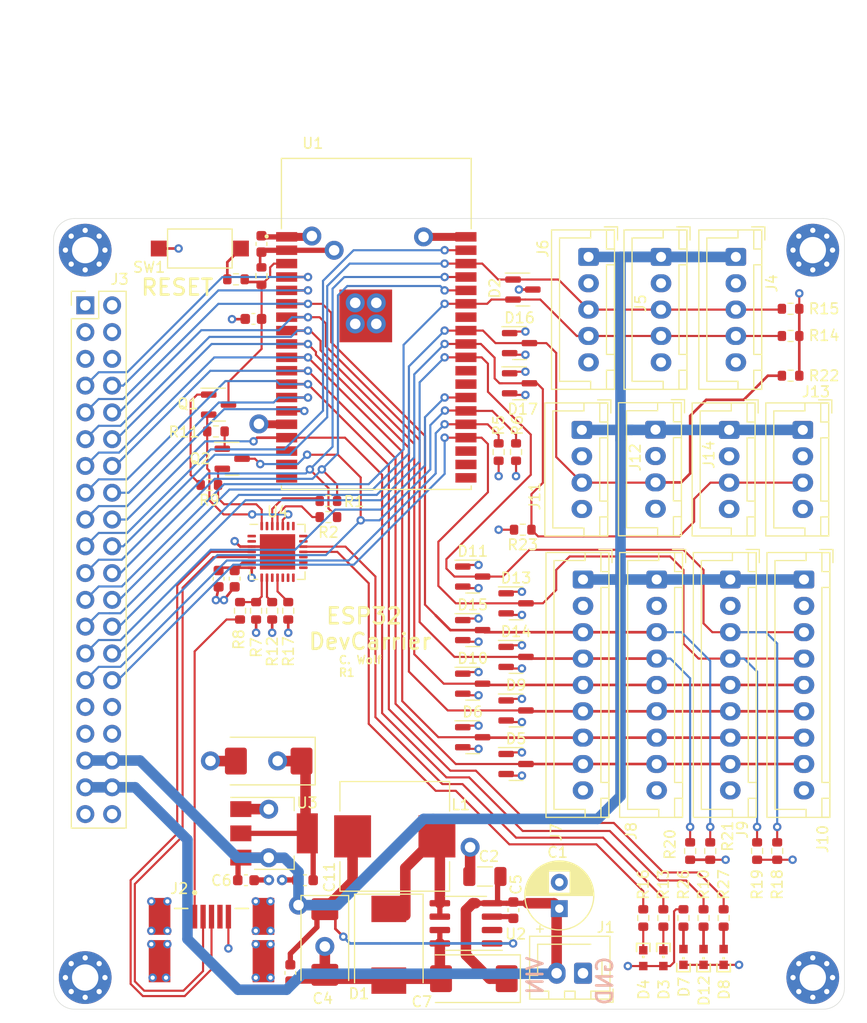
<source format=kicad_pcb>
(kicad_pcb (version 20211014) (generator pcbnew)
  (layers (0 "F.Cu" signal) (1 "In1.Cu" signal) (2 "In2.Cu" signal) (31 "B.Cu" signal) (34 "B.Paste" user) (35 "F.Paste" user) (36 "B.SilkS" user "B.Silkscreen") (37 "F.SilkS" user "F.Silkscreen") (38 "B.Mask" user) (39 "F.Mask" user) (44 "Edge.Cuts" user))
  (net 0 "")
  (net 1 "GND")
  (net 2 "VCC")
  (net 3 "+5V")
  (net 4 "/RESET")
  (net 5 "+3V3")
  (net 6 "Net-(D1-Pad1)")
  (net 7 "Net-(R3-Pad1)")
  (net 8 "/PROG")
  (net 9 "Net-(D2-Pad1)")
  (net 10 "Net-(D13-Pad3)")
  (net 16 "Net-(D8-Pad2)")
  (net 18 "Net-(D12-Pad2)")
  (net 20 "unconnected-(J2-Pad6)")
  (net 21 "/MISO")
  (net 22 "/MOSI")
  (net 23 "Net-(J2-Pad1)")
  (net 24 "Net-(J2-Pad2)")
  (net 25 "Net-(J2-Pad3)")
  (net 27 "Net-(Q1-Pad1)")
  (net 28 "Net-(Q2-Pad1)")
  (net 29 "Net-(R1-Pad1)")
  (net 30 "Net-(R2-Pad1)")
  (net 31 "Net-(R7-Pad2)")
  (net 32 "Net-(R12-Pad1)")
  (net 33 "Net-(R17-Pad2)")
  (net 48 "/USB Interface/RTS")
  (net 49 "/USB Interface/CTS")
  (net 50 "Net-(D7-Pad2)")
  (net 51 "Net-(J3-Pad7)")
  (net 52 "Net-(C5-Pad2)")
  (net 53 "Net-(J3-Pad8)")
  (net 54 "Net-(D5-Pad3)")
  (net 55 "Net-(D6-Pad3)")
  (net 56 "Net-(D9-Pad3)")
  (net 57 "Net-(J3-Pad17)")
  (net 58 "Net-(D10-Pad3)")
  (net 59 "Net-(J3-Pad19)")
  (net 60 "Net-(D11-Pad3)")
  (net 61 "Net-(D14-Pad3)")
  (net 62 "Net-(D15-Pad3)")
  (net 63 "Net-(D16-Pad3)")
  (net 64 "Net-(D17-Pad3)")
  (net 65 "Net-(J3-Pad15)")
  (net 66 "Net-(D2-Pad2)")
  (net 67 "Net-(J3-Pad16)")
  (net 68 "Net-(J3-Pad18)")
  (net 69 "/IO2")
  (net 70 "/IO4")
  (net 71 "Net-(D3-Pad1)")
  (net 72 "Net-(D4-Pad1)")
  (net 73 "Net-(R13-Pad1)")
  (net 74 "Net-(R16-Pad1)")
  (footprint "custom:CHIPLED_0603" (layer "F.Cu") (at 61.639988 70.0431 180)
    (fp_text reference "D12")
    (fp_text value "LED" hide)
  )
  (footprint "Resistor_SMD:R_0603_1608Metric" (layer "F.Cu") (at 61.639988 66.3481 90)
    (fp_text reference "R10")
    (fp_text value "470R")
  )
  (footprint "Resistor_SMD:R_0603_1608Metric" (layer "F.Cu") (at 69.894988 8.5631)
    (fp_text reference "R14")
    (fp_text value "4.7K")
  )
  (footprint "Button_Switch_SMD:SW_SPST_CK_RS282G05A3" (layer "F.Cu") (at 13.874616 2.8481 180)
    (fp_text reference "SW1")
    (fp_text value "SW_Push")
  )
  (footprint "Resistor_SMD:R_0603_1608Metric" (layer "F.Cu") (at 43.859988 22.1521 -90)
    (fp_text reference "R6")
    (fp_text value "4.7K")
  )
  (footprint "Capacitor_SMD:C_0603_1608Metric" (layer "F.Cu") (at 22.455976 71.5572 -90)
    (fp_text reference "C3" hide)
    (fp_text value "1 uF")
  )
  (footprint "Capacitor_SMD:C_0603_1608Metric" (layer "F.Cu") (at 23.845653 62.766535 180)
    (fp_text reference "C11")
    (fp_text value "1 uF")
  )
  (footprint "Capacitor_SMD:C_1206_3216Metric" (layer "F.Cu") (at 40.903653 62.4111 180)
    (fp_text reference "C2")
    (fp_text value "1 uF")
  )
  (footprint "custom:CHIPLED_0603" (layer "F.Cu") (at 63.544988 70.0431 180)
    (fp_text reference "D8")
    (fp_text value "LED" hide)
  )
  (footprint "Resistor_SMD:R_0603_1608Metric" (layer "F.Cu") (at 19.716616 5.461 90)
    (fp_text reference "R4" hide)
    (fp_text value "10K")
  )
  (footprint "MountingHole:MountingHole_2.5mm_Pad_Via" (layer "F.Cu") (at 72 72)
    (fp_text reference "H4" hide)
    (fp_text value "MountingHole")
  )
  (footprint "MountingHole:MountingHole_2.5mm_Pad_Via" (layer "F.Cu") (at 72 3)
    (fp_text reference "H3" hide)
    (fp_text value "MountingHole")
  )
  (footprint "Resistor_SMD:R_0603_1608Metric" (layer "F.Cu") (at 69.894988 11.1431)
    (fp_text reference "R15")
    (fp_text value "4.7K")
  )
  (footprint "Resistor_SMD:R_0603_1608Metric" (layer "F.Cu") (at 42.208988 22.1521 90)
    (fp_text reference "R5")
    (fp_text value "4.7K")
  )
  (footprint "custom:CHIPLED_0603" (layer "F.Cu") (at 59.734988 70.0431 180)
    (fp_text reference "D7")
    (fp_text value "LED" hide)
  )
  (footprint "Capacitor_THT:CP_Radial_D6.3mm_P2.50mm" (layer "F.Cu") (at 47.962653 65.4591 90)
    (fp_text reference "C1")
    (fp_text value "47uF")
  )
  (footprint "Package_SO:SOIC-8_3.9x4.9mm_P1.27mm" (layer "F.Cu") (at 39.107653 66.8561 180)
    (fp_text reference "U2")
    (fp_text value "XL2001")
  )
  (footprint "MountingHole:MountingHole_2.5mm_Pad_Via" (layer "F.Cu") (at 3 72)
    (fp_text reference "H2" hide)
    (fp_text value "MountingHole")
  )
  (footprint "Capacitor_Tantalum_SMD:CP_EIA-7343-20_Kemet-V" (layer "F.Cu") (at 25.726988 68.6261 -90)
    (fp_text reference "C4")
    (fp_text value "100uF")
  )
  (footprint "Resistor_SMD:R_0603_1608Metric" (layer "F.Cu") (at 59.734988 66.3481 90)
    (fp_text reference "R26")
    (fp_text value "470R")
  )
  (footprint "Capacitor_Tantalum_SMD:CP_EIA-7343-20_Kemet-V" (layer "F.Cu") (at 39.857653 72.1061 180)
    (fp_text reference "C7")
    (fp_text value "47uF")
  )
  (footprint "Capacitor_Tantalum_SMD:CP_EIA-7343-20_Kemet-V" (layer "F.Cu") (at 20.403653 51.463535 180)
    (fp_text reference "C10" hide)
    (fp_text value "100uF")
  )
  (footprint "Capacitor_SMD:C_0603_1608Metric" (layer "F.Cu") (at 19.716616 2.413 90)
    (fp_text reference "C9" hide)
    (fp_text value "1 uF")
  )
  (footprint "Capacitor_SMD:C_0603_1608Metric" (layer "F.Cu") (at 18.954616 9.525 180)
    (fp_text reference "C8" hide)
    (fp_text value "0.1 uF")
  )
  (footprint "Package_TO_SOT_SMD:SOT-223-3_TabPin2" (layer "F.Cu") (at 20.911653 58.321535)
    (fp_text reference "U3")
    (fp_text value "AMS1117-3.3")
  )
  (footprint "Resistor_SMD:R_0603_1608Metric" (layer "F.Cu") (at 63.544988 66.3481 90)
    (fp_text reference "R27")
    (fp_text value "470R")
  )
  (footprint "Capacitor_SMD:C_0603_1608Metric" (layer "F.Cu") (at 18.244653 62.766535)
    (fp_text reference "C6")
    (fp_text value "1 uF")
  )
  (footprint "Capacitor_SMD:C_0603_1608Metric" (layer "F.Cu") (at 43.607653 65.6061 -90)
    (fp_text reference "C5")
    (fp_text value "1 uF")
  )
  (footprint "Resistor_SMD:R_0603_1608Metric" (layer "F.Cu") (at 19.208616 37.211 90)
    (fp_text reference "R7")
    (fp_text value "49.9K")
  )
  (footprint "Resistor_SMD:R_0603_1608Metric" (layer "F.Cu") (at 17.303616 5.7691)
    (fp_text reference "R3" hide)
    (fp_text value "470R")
  )
  (footprint "Diode_SMD:D_SMC" (layer "F.Cu") (at 31.794988 68.8881 -90)
    (fp_text reference "D1")
    (fp_text value "SS36")
  )
  (footprint "custom:XCVR_ESP32-WROVER-B_(16MB)" (layer "F.Cu") (at 30.608616 10)
    (fp_text reference "U1")
    (fp_text value "ESP32-WROVER-B_(16MB)")
  )
  (footprint "Inductor_SMD:L_Wuerth_HCI-1040" (layer "F.Cu") (at 32.357653 58.6061 180)
    (fp_text reference "L1")
    (fp_text value "47uH/3A")
  )
  (footprint "MountingHole:MountingHole_2.5mm_Pad_Via" (layer "F.Cu") (at 3 3)
    (fp_text reference "H1" hide)
    (fp_text value "MountingHole")
  )
  (footprint "Connector_JST:JST_XH_B2B-XH-AM_1x02_P2.50mm_Vertical" (layer "F.Cu") (at 50.208653 71.5891 180)
    (fp_text reference "J1")
    (fp_text value "Conn_01x02")
  )
  (footprint "Connector_JST:JST_XH_B5B-XH-A_1x05_P2.50mm_Vertical" (layer "F.Cu") (at 50.734988 3.6431 -90)
    (fp_text reference "J6")
    (fp_text value "Conn_01x05")
  )
  (footprint "Connector_JST:JST_XH_B9B-XH-A_1x09_P2.50mm_Vertical" (layer "F.Cu") (at 64.179988 34.2431 -90)
    (fp_text reference "J9")
    (fp_text value "Conn_01x09")
  )
  (footprint "Connector_JST:JST_XH_B5B-XH-A_1x05_P2.50mm_Vertical" (layer "F.Cu") (at 64.704988 3.6431 -90)
    (fp_text reference "J4")
    (fp_text value "Conn_01x05")
  )
  (footprint "Package_TO_SOT_SMD:SOT-23" (layer "F.Cu") (at 39.747488 39.0431)
    (fp_text reference "D15")
    (fp_text value "BAT54S")
  )
  (footprint "Capacitor_SMD:C_0603_1608Metric" (layer "F.Cu") (at 17.176616 34.163 -90)
    (fp_text reference "C13" hide)
    (fp_text value "4.7 uF")
  )
  (footprint "Package_TO_SOT_SMD:SOT-23" (layer "F.Cu") (at 39.747488 49.2031)
    (fp_text reference "D6")
    (fp_text value "BAT54S")
  )
  (footprint "Connector_JST:JST_XH_B9B-XH-A_1x09_P2.50mm_Vertical" (layer "F.Cu") (at 57.194988 34.2431 -90)
    (fp_text reference "J8")
    (fp_text value "Conn_01x09")
  )
  (footprint "Connector_PinHeader_2.54mm:PinHeader_2x20_P2.54mm_Vertical" (layer "F.Cu") (at 3.014988 8.2331)
    (fp_text reference "J3")
    (fp_text value "Conn_02x20_Top_Bottom")
  )
  (footprint "Connector_JST:JST_XH_B5B-XH-A_1x05_P2.50mm_Vertical" (layer "F.Cu") (at 57.609988 3.6431 -90)
    (fp_text reference "J5")
    (fp_text value "Conn_01x05")
  )
  (footprint "Package_TO_SOT_SMD:SOT-23" (layer "F.Cu") (at 16.935988 22.7871)
    (fp_text reference "Q2")
    (fp_text value "MMS9013")
  )
  (footprint "Connector_JST:JST_XH_B4B-XH-A_1x04_P2.50mm_Vertical" (layer "F.Cu") (at 64.069988 20.0531 -90)
    (fp_text reference "J14")
    (fp_text value "Conn_01x04")
  )
  (footprint "Resistor_SMD:R_0603_1608Metric" (layer "F.Cu") (at 60.369988 59.9981 -90)
    (fp_text reference "R20")
    (fp_text value "4.7K")
  )
  (footprint "Resistor_SMD:R_0603_1608Metric" (layer "F.Cu") (at 20.732616 37.211 -90)
    (fp_text reference "R12")
    (fp_text value "10K")
  )
  (footprint "Resistor_SMD:R_0603_1608Metric" (layer "F.Cu") (at 15.398616 20.193 180)
    (fp_text reference "R11")
    (fp_text value "10K")
  )
  (footprint "custom:Molex--0-0-0" (layer "F.Cu") (at 14.979988 69.9461 90)
    (fp_text reference "J2")
    (fp_text value "USB_B_Micro" hide)
  )
  (footprint "Connector_JST:JST_XH_B4B-XH-A_1x04_P2.50mm_Vertical" (layer "F.Cu") (at 71.054988 20.0531 -90)
    (fp_text reference "J13")
    (fp_text value "Conn_01x04")
  )
  (footprint "Package_TO_SOT_SMD:SOT-23" (layer "F.Cu") (at 39.747488 44.1231)
    (fp_text reference "D10")
    (fp_text value "BAT54S")
  )
  (footprint "Connector_JST:JST_XH_B9B-XH-A_1x09_P2.50mm_Vertical" (layer "F.Cu") (at 71.164988 34.2431 -90)
    (fp_text reference "J10")
    (fp_text value "Conn_01x09")
  )
  (footprint "Resistor_SMD:R_0603_1608Metric" (layer "F.Cu") (at 57.829988 66.3481 -90)
    (fp_text reference "R13")
    (fp_text value "470R")
  )
  (footprint "Resistor_SMD:R_0603_1608Metric" (layer "F.Cu") (at 62.274988 59.9981 -90)
    (fp_text reference "R21")
    (fp_text value "4.7K")
  )
  (footprint "Resistor_SMD:R_0603_1608Metric" (layer "F.Cu") (at 66.719988 59.9981 -90)
    (fp_text reference "R19")
    (fp_text value "4.7K")
  )
  (footprint "Resistor_SMD:R_0603_1608Metric" (layer "F.Cu") (at 69.894988 14.9131)
    (fp_text reference "R22")
    (fp_text value "4.7K")
  )
  (footprint "Connector_JST:JST_XH_B4B-XH-A_1x04_P2.50mm_Vertical" (layer "F.Cu") (at 50.099988 20.0531 -90)
    (fp_text reference "J11")
    (fp_text value "Conn_01x04")
  )
  (footprint "Resistor_SMD:R_0603_1608Metric" (layer "F.Cu") (at 26.066616 26.797)
    (fp_text reference "R1")
    (fp_text value "470R")
  )
  (footprint "Resistor_SMD:R_0603_1608Metric" (layer "F.Cu") (at 55.924988 66.3481 -90)
    (fp_text reference "R16")
    (fp_text value "470R")
  )
  (footprint "Resistor_SMD:R_0603_1608Metric" (layer "F.Cu") (at 22.256616 37.211 90)
    (fp_text reference "R17")
    (fp_text value "10K")
  )
  (footprint "Package_TO_SOT_SMD:SOT-23" (layer "F.Cu") (at 44.192488 11.8221)
    (fp_text reference "D16")
    (fp_text value "BAT54S")
  )
  (footprint "custom:CHIPLED_0603" (layer "F.Cu") (at 57.829988 70.1581)
    (fp_text reference "D3")
    (fp_text value "LED" hide)
  )
  (footprint "Resistor_SMD:R_0603_1608Metric" (layer "F.Cu") (at 17.684616 37.211 -90)
    (fp_text reference "R8")
    (fp_text value "22.1K")
  )
  (footprint "Package_TO_SOT_SMD:SOT-23" (layer "F.Cu") (at 39.747488 33.9631)
    (fp_text reference "D11")
    (fp_text value "BAT54S")
  )
  (footprint "Package_TO_SOT_SMD:SOT-23" (layer "F.Cu") (at 43.859988 46.6631)
    (fp_text reference "D9")
    (fp_text value "BAT54S")
  )
  (footprint "Package_TO_SOT_SMD:SOT-23" (layer "F.Cu") (at 15.652616 17.653)
    (fp_text reference "Q1")
    (fp_text value "MMS9013")
  )
  (footprint "Package_DFN_QFN:QFN-28-1EP_5x5mm_P0.5mm_EP3.35x3.35mm" (layer "F.Cu") (at 21.240616 31.623)
    (fp_text reference "U4")
    (fp_text value "CP2102N-Axx-xQFN28")
  )
  (footprint "Resistor_SMD:R_0603_1608Metric" (layer "F.Cu") (at 26.066616 28.321)
    (fp_text reference "R2")
    (fp_text value "470R")
  )
  (footprint "Package_TO_SOT_SMD:SOT-23" (layer "F.Cu") (at 44.192488 15.6321)
    (fp_text reference "D17")
    (fp_text value "BAT54S")
  )
  (footprint "custom:CHIPLED_0603" (layer "F.Cu") (at 55.924988 70.1581)
    (fp_text reference "D4")
    (fp_text value "LED" hide)
  )
  (footprint "Package_TO_SOT_SMD:SOT-23" (layer "F.Cu") (at 43.859988 36.5031)
    (fp_text reference "D13")
    (fp_text value "BAT54S")
  )
  (footprint "Connector_JST:JST_XH_B9B-XH-A_1x09_P2.50mm_Vertical" (layer "F.Cu") (at 50.209988 34.2431 -90)
    (fp_text reference "J7")
    (fp_text value "Conn_01x09")
  )
  (footprint "Package_TO_SOT_SMD:SOT-23" (layer "F.Cu") (at 43.859988 51.7431)
    (fp_text reference "D5")
    (fp_text value "BAT54S")
  )
  (footprint "Package_TO_SOT_SMD:SOT-23" (layer "F.Cu") (at 44.511988 6.7381)
    (fp_text reference "D2")
    (fp_text value "BAT54C")
  )
  (footprint "Resistor_SMD:R_0603_1608Metric" (layer "F.Cu") (at 14.776988 25.273)
    (fp_text reference "R9")
    (fp_text value "10K")
  )
  (footprint "Resistor_SMD:R_0603_1608Metric" (layer "F.Cu") (at 44.494988 29.5181 180)
    (fp_text reference "R23")
    (fp_text value "4.7K")
  )
  (footprint "Capacitor_SMD:C_0603_1608Metric" (layer "F.Cu") (at 15.652616 34.163 -90)
    (fp_text reference "C12" hide)
    (fp_text value "0.1 uF")
  )
  (footprint "Resistor_SMD:R_0603_1608Metric" (layer "F.Cu") (at 68.624988 59.9981 -90)
    (fp_text reference "R18")
    (fp_text value "4.7K")
  )
  (footprint "Package_TO_SOT_SMD:SOT-23" (layer "F.Cu") (at 43.859988 41.5831)
    (fp_text reference "D14")
    (fp_text value "BAT54S")
  )
  (footprint "Connector_JST:JST_XH_B4B-XH-A_1x04_P2.50mm_Vertical" (layer "F.Cu") (at 57.084988 20.0331 -90)
    (fp_text reference "J12")
    (fp_text value "Conn_01x04")
  )
  (gr_line (start 0 73) (end 0 2) (layer "Edge.Cuts") (width 0.05))
  (gr_line (start 2 0) (end 73 0) (layer "Edge.Cuts") (width 0.05))
  (gr_line (start 75 2) (end 75 73) (layer "Edge.Cuts") (width 0.05))
  (gr_line (start 73 75) (end 2 75) (layer "Edge.Cuts") (width 0.05))
  (gr_arc (start 0.000001 2.000001) (mid 0.585787 0.585787) (end 2.000001 0.000001) (layer "Edge.Cuts") (width 0.05))
  (gr_arc (start 2 75) (mid 0.585786 74.414214) (end 0 73) (layer "Edge.Cuts") (width 0.05))
  (gr_arc (start 72.999999 0.000001) (mid 74.414213 0.585787) (end 74.999999 2.000001) (layer "Edge.Cuts") (width 0.05))
  (gr_arc (start 74.999999 72.999999) (mid 74.414213 74.414213) (end 72.999999 74.999999) (layer "Edge.Cuts") (width 0.05))
  (gr_text "GND" (at 52.280653 72.3171 90) (layer "B.SilkS") (effects (font (size 1.5 1.5) (thickness 0.25)) (justify mirror)))
  (gr_text "VIN" (at 45.676653 71.8091 90) (layer "B.SilkS") (effects (font (size 1.5 1.5) (thickness 0.25)) (justify mirror)))
  (gr_text "C. Wolf\nR1" (at 26.968988 42.4721) (layer "F.SilkS") (effects (font (size 0.75 0.75)) (justify left)))
  (gr_text "ESP32 \nDevCarrier" (at 30.016988 38.9161) (layer "F.SilkS") (effects (font (size 1.5 1.5) (thickness 0.25))))
  (gr_text "RESET" (at 11.728988 6.5311) (layer "F.SilkS") (effects (font (size 1.5 1.5) (thickness 0.25))))
  (via (at 20.574 68.834) (size 0.8) (drill 0.4) (layers "F.Cu" "B.Cu") (net 0))
  (via (at 10.795 67.564) (size 0.8) (drill 0.4) (layers "F.Cu" "B.Cu") (net 0))
  (via (at 19.177 72.009) (size 0.8) (drill 0.4) (layers "F.Cu" "B.Cu") (net 0))
  (via (at 10.795 64.77) (size 0.8) (drill 0.4) (layers "F.Cu" "B.Cu") (net 0))
  (via (at 19.177 68.834) (size 0.8) (drill 0.4) (layers "F.Cu" "B.Cu") (net 0))
  (via (at 20.569999 64.765106) (size 0.8) (drill 0.4) (layers "F.Cu" "B.Cu") (net 0))
  (via (at 19.177 67.564) (size 0.8) (drill 0.4) (layers "F.Cu" "B.Cu") (net 0))
  (via (at 19.177 64.77) (size 0.8) (drill 0.4) (layers "F.Cu" "B.Cu") (net 0))
  (via (at 9.271 67.564) (size 0.8) (drill 0.4) (layers "F.Cu" "B.Cu") (net 0))
  (via (at 20.574 67.564) (size 0.8) (drill 0.4) (layers "F.Cu" "B.Cu") (net 0))
  (via (at 9.271 64.77) (size 0.8) (drill 0.4) (layers "F.Cu" "B.Cu") (net 0))
  (via (at 20.574 72.009) (size 0.8) (drill 0.4) (layers "F.Cu" "B.Cu") (net 0))
  (segment (start 36.632653 68.7611) (end 36.632653 67.4911) (width 0.5) (layer "F.Cu") (net 1))
  (segment (start 25.726988 71.8261) (end 25.726988 69.0511) (width 1) (layer "F.Cu") (net 1))
  (segment (start 19.510888 19.52) (end 22.108616 19.52) (width 0.75) (layer "F.Cu") (net 1))
  (segment (start 38.809988 48.1031) (end 40.303988 48.1031) (width 0.2) (layer "F.Cu") (net 1))
  (segment (start 18.790616 31.123) (end 20.740616 31.123) (width 0.25) (layer "F.Cu") (net 1))
  (segment (start 39.503653 62.4111) (end 39.503653 59.6361) (width 1) (layer "F.Cu") (net 1))
  (segment (start 17.692616 31.123) (end 17.176616 30.607) (width 0.25) (layer "F.Cu") (net 1))
  (segment (start 22.256616 38.036) (end 22.256616 39.293) (width 0.25) (layer "F.Cu") (net 1))
  (segment (start 63.544988 70.7931) (end 59.734988 70.7931) (width 0.2) (layer "F.Cu") (net 1))
  (segment (start 42.922488 45.5631) (end 44.416488 45.5631) (width 0.2) (layer "F.Cu") (net 1))
  (segment (start 22.108616 1.745) (end 24.41593 1.745) (width 0.75) (layer "F.Cu") (net 1))
  (segment (start 42.922488 35.4031) (end 44.416488 35.4031) (width 0.2) (layer "F.Cu") (net 1))
  (segment (start 19.208616 38.036) (end 19.208616 39.293) (width 0.25) (layer "F.Cu") (net 1))
  (segment (start 36.632653 71.9936) (end 36.632653 68.7611) (width 1) (layer "F.Cu") (net 1))
  (segment (start 26.094488 72.1061) (end 25.726988 71.7386) (width 1) (layer "F.Cu") (net 1))
  (segment (start 38.809988 32.8631) (end 40.303988 32.8631) (width 0.2) (layer "F.Cu") (net 1))
  (segment (start 18.179616 9.55) (end 16.922616 9.55) (width 0.25) (layer "F.Cu") (net 1))
  (segment (start 38.809988 37.9431) (end 40.303988 37.9431) (width 0.2) (layer "F.Cu") (net 1))
  (segment (start 20.740616 31.123) (end 21.240616 31.623) (width 0.25) (layer "F.Cu") (net 1))
  (segment (start 17.761653 56.021535) (end 20.389653 56.021535) (width 1) (layer "F.Cu") (net 1))
  (segment (start 9.974616 2.8481) (end 11.857616 2.8481) (width 0.25) (layer "F.Cu") (net 1))
  (segment (start 24.41593 1.745) (end 24.49594 1.66499) (width 0.75) (layer "F.Cu") (net 1))
  (segment (start 38.809988 43.0231) (end 40.303988 43.0231) (width 0.2) (layer "F.Cu") (net 1))
  (segment (start 19.475988 19.4851) (end 19.510888 19.52) (width 0.75) (layer "F.Cu") (net 1))
  (segment (start 21.673653 62.741535) (end 23.070653 62.741535) (width 0.5) (layer "F.Cu") (net 1))
  (segment (start 42.208988 24.4381) (end 42.208988 22.9771) (width 0.2) (layer "F.Cu") (net 1))
  (segment (start 17.291153 51.463535) (end 14.663153 51.463535) (width 1) (layer "F.Cu") (net 1))
  (segment (start 42.922488 50.6431) (end 44.416488 50.6431) (width 0.2) (layer "F.Cu") (net 1))
  (segment (start 36.745153 72.1061) (end 26.094488 72.1061) (width 1) (layer "F.Cu") (net 1))
  (segment (start 22.430976 72.3322) (end 25.133388 72.3322) (width 0.5) (layer "F.Cu") (net 1))
  (segment (start 39.108616 1.745) (end 35.088616 1.745) (width 0.75) (layer "F.Cu") (net 1))
  (segment (start 18.790616 31.123) (end 17.692616 31.123) (width 0.25) (layer "F.Cu") (net 1))
  (segment (start 19.823616 1.745) (end 19.716616 1.638) (width 0.5) (layer "F.Cu") (net 1))
  (segment (start 16.579988 66.2211) (end 16.579988 69.2351) (width 0.2) (layer "F.Cu") (net 1))
  (segment (start 20.416653 62.741535) (end 19.019653 62.741535) (width 0.5) (layer "F.Cu") (net 1))
  (segment (start 43.254988 10.7221) (end 44.748988 10.7221) (width 0.2) (layer "F.Cu") (net 1))
  (segment (start 15.677616 34.938) (end 15.398616 36.195) (width 0.25) (layer "F.Cu") (net 1))
  (segment (start 42.922488 40.4831) (end 44.416488 40.4831) (width 0.2) (layer "F.Cu") (net 1))
  (segment (start 22.108616 1.745) (end 19.823616 1.745) (width 0.5) (layer "F.Cu") (net 1))
  (segment (start 43.254988 14.5321) (end 44.748988 14.5321) (width 0.2) (layer "F.Cu") (net 1))
  (segment (start 65.005988 70.7931) (end 63.544988 70.7931) (width 0.2) (layer "F.Cu") (net 1))
  (segment (start 36.745153 72.1061) (end 36.632653 71.9936) (width 1) (layer "F.Cu") (net 1))
  (segment (start 17.151616 34.938) (end 16.160616 36.195) (width 0.25) (layer "F.Cu") (net 1))
  (via (at 35.088616 1.745) (size 1.8) (drill 1) (layers "F.Cu" "B.Cu") (net 1))
  (via (at 30.608616 8) (size 1.8) (drill 1) (layers "F.Cu" "B.Cu") (net 1))
  (via (at 25.726988 69.0511) (size 1.8) (drill 1) (layers "F.Cu" "B.Cu") (net 1))
  (via (at 28.608616 8) (size 1.8) (drill 1) (layers "F.Cu" "B.Cu") (net 1))
  (via (at 30.608616 10) (size 1.8) (drill 1) (layers "F.Cu" "B.Cu") (net 1))
  (via (at 28.608616 10) (size 1.8) (drill 1) (layers "F.Cu" "B.Cu") (net 1))
  (via (at 44.416488 35.4031) (size 0.8) (drill 0.4) (layers "F.Cu" "B.Cu") (net 1))
  (via (at 16.922616 9.55) (size 0.8) (drill 0.4) (layers "F.Cu" "B.Cu") (net 1))
  (via (at 40.303988 43.0231) (size 0.8) (drill 0.4) (layers "F.Cu" "B.Cu") (net 1))
  (via (at 20.416653 62.741535) (size 1) (drill 0.5) (layers "F.Cu" "B.Cu") (net 1))
  (via (at 42.208988 24.4381) (size 0.8) (drill 0.4) (layers "F.Cu" "B.Cu") (net 1))
  (via (at 16.160616 36.195) (size 0.8) (drill 0.4) (layers "F.Cu" "B.Cu") (net 1))
  (via (at 44.416488 50.6431) (size 0.8) (drill 0.4) (layers "F.Cu" "B.Cu") (net 1))
  (via (at 19.475988 19.4851) (size 1.8) (drill 1) (layers "F.Cu" "B.Cu") (net 1))
  (via (at 16.579988 69.2351) (size 0.8) (drill 0.4) (layers "F.Cu" "B.Cu") (net 1))
  (via (at 44.748988 10.7221) (size 0.8) (drill 0.4) (layers "F.Cu" "B.Cu") (net 1))
  (via (at 21.673653 62.741535) (size 1) (drill 0.5) (layers "F.Cu" "B.Cu") (net 1))
  (via (at 40.303988 32.8631) (size 0.8) (drill 0.4) (layers "F.Cu" "B.Cu") (net 1))
  (via (at 15.398616 36.195) (size 0.8) (drill 0.4) (layers "F.Cu" "B.Cu") (net 1))
  (via (at 40.303988 37.9431) (size 0.8) (drill 0.4) (layers "F.Cu" "B.Cu") (net 1))
  (via (at 14.878153 51.449535) (size 1.8) (drill 1) (layers "F.Cu" "B.Cu") (net 1))
  (via (at 44.748988 14.5321) (size 0.8) (drill 0.4) (layers "F.Cu" "B.Cu") (net 1))
  (via (at 22.256616 39.293) (size 0.8) (drill 0.4) (layers "F.Cu" "B.Cu") (net 1))
  (via (at 40.303988 48.1031) (size 0.8) (drill 0.4) (layers "F.Cu" "B.Cu") (net 1))
  (via (at 17.176616 30.607) (size 0.8) (drill 0.4) (layers "F.Cu" "B.Cu") (net 1))
  (via (at 65.005988 70.7931) (size 0.8) (drill 0.4) (layers "F.Cu" "B.Cu") (net 1))
  (via (at 19.208616 39.293) (size 0.8) (drill 0.4) (layers "F.Cu" "B.Cu") (net 1))
  (via (at 11.857616 2.8481) (size 0.8) (drill 0.4) (layers "F.Cu" "B.Cu") (net 1))
  (via (at 24.49594 1.66499) (size 1.8) (drill 1) (layers "F.Cu" "B.Cu") (net 1))
  (via (at 44.416488 45.5631) (size 0.8) (drill 0.4) (layers "F.Cu" "B.Cu") (net 1))
  (via (at 44.416488 40.4831) (size 0.8) (drill 0.4) (layers "F.Cu" "B.Cu") (net 1))
  (via (at 39.503653 59.6361) (size 1.8) (drill 1) (layers "F.Cu" "B.Cu") (net 1))
  (via (at 20.403653 56.035535) (size 1.8) (drill 1) (layers "F.Cu" "B.Cu") (net 1))
  (segment (start 39.107653 65.6061) (end 39.762653 64.9511) (width 1) (layer "F.Cu") (net 2))
  (segment (start 39.107653 69.8561) (end 39.107653 65.6061) (width 1) (layer "F.Cu") (net 2))
  (segment (start 39.762653 64.9511) (end 40.012653 64.9511) (width 1) (layer "F.Cu") (net 2))
  (segment (start 40.012653 64.9511) (end 41.582653 64.9511) (width 0.5) (layer "F.Cu") (net 2))
  (segment (start 43.057653 72.1061) (end 41.357653 72.1061) (width 1) (layer "F.Cu") (net 2))
  (segment (start 41.357653 72.1061) (end 39.107653 69.8561) (width 1) (layer "F.Cu") (net 2))
  (segment (start 41.582653 64.9511) (end 42.107653 64.9511) (width 0.5) (layer "F.Cu") (net 2))
  (segment (start 47.708653 65.2051) (end 47.708653 71.5891) (width 1) (layer "F.Cu") (net 2))
  (segment (start 47.454653 64.9511) (end 47.708653 65.2051) (width 1) (layer "F.Cu") (net 2))
  (segment (start 41.582653 64.9511) (end 42.935653 64.9511) (width 0.5) (layer "F.Cu") (net 2))
  (segment (start 44.967653 64.9511) (end 47.454653 64.9511) (width 1) (layer "F.Cu") (net 2))
  (segment (start 42.935653 64.9511) (end 44.967653 64.9511) (width 0.5) (layer "F.Cu") (net 2))
  (segment (start 42.107653 62.6071) (end 42.303653 62.4111) (width 0.5) (layer "F.Cu") (net 2))
  (segment (start 42.935653 64.9511) (end 43.637653 64.9511) (width 0.5) (layer "F.Cu") (net 2))
  (segment (start 43.637653 64.9511) (end 43.637653 64.8611) (width 0.25) (layer "F.Cu") (net 2))
  (segment (start 42.107653 64.9511) (end 42.107653 62.6071) (width 0.5) (layer "F.Cu") (net 2))
  (segment (start 43.607653 64.8186) (end 43.607653 64.9211) (width 0.25) (layer "F.Cu") (net 2))
  (segment (start 43.607653 64.9211) (end 43.637653 64.9511) (width 0.25) (layer "F.Cu") (net 2))
  (segment (start 43.637653 64.8611) (end 43.607653 64.8311) (width 0.25) (layer "F.Cu") (net 2))
  (segment (start 12.7 68.347222) (end 17.504778 73.152) (width 1) (layer "B.Cu") (net 2))
  (segment (start 22.098 73.152) (end 23.611389 71.638611) (width 1) (layer "B.Cu") (net 2))
  (segment (start 12.7 58.918112) (end 12.7 68.347222) (width 1) (layer "B.Cu") (net 2))
  (segment (start 17.504778 73.152) (end 22.098 73.152) (width 1) (layer "B.Cu") (net 2))
  (segment (start 47.659142 71.638611) (end 47.708653 71.5891) (width 1) (layer "B.Cu") (net 2))
  (segment (start 7.734988 53.9531) (end 12.7 58.918112) (width 1) (layer "B.Cu") (net 2))
  (segment (start 23.611389 71.638611) (end 47.659142 71.638611) (width 1) (layer "B.Cu") (net 2))
  (segment (start 3.014988 53.9531) (end 7.734988 53.9531) (width 1) (layer "B.Cu") (net 2))
  (segment (start 41.582653 68.7611) (end 43.577653 68.7611) (width 0.25) (layer "F.Cu") (net 3))
  (segment (start 26.726988 67.3761) (end 27.476988 68.1261) (width 0.25) (layer "F.Cu") (net 3))
  (segment (start 26.726988 65.8761) (end 26.726988 67.3761) (width 0.25) (layer "F.Cu") (net 3))
  (segment (start 24.976988 67.2151) (end 22.455976 69.736112) (width 0.5) (layer "F.Cu") (net 3))
  (segment (start 17.508153 60.875035) (end 17.761653 60.621535) (width 0.25) (layer "F.Cu") (net 3))
  (segment (start 28.357653 60.751765) (end 28.357653 62.882935) (width 1) (layer "F.Cu") (net 3))
  (segment (start 28.357653 62.882935) (end 25.726988 65.5136) (width 1) (layer "F.Cu") (net 3))
  (segment (start 24.976988 65.9261) (end 24.976988 67.2151) (width 0.5) (layer "F.Cu") (net 3))
  (segment (start 28.357653 58.1061) (end 28.357653 60.751765) (width 1) (layer "F.Cu") (net 3))
  (segment (start 17.761653 60.621535) (end 20.389653 60.621535) (width 1) (layer "F.Cu") (net 3))
  (segment (start 17.496397 62.632785) (end 17.496397 60.868285) (width 0.5) (layer "F.Cu") (net 3))
  (segment (start 25.226988 65.1261) (end 23.226988 65.1261) (width 1) (layer "F.Cu") (net 3))
  (segment (start 22.455976 69.736112) (end 22.455976 70.7822) (width 0.5) (layer "F.Cu") (net 3))
  (via (at 23.226988 65.1261) (size 1.8) (drill 1) (layers "F.Cu" "B.Cu") (net 3))
  (via (at 27.476988 68.1261) (size 0.8) (drill 0.4) (layers "F.Cu" "B.Cu") (net 3))
  (via (at 43.577653 68.7611) (size 0.8) (drill 0.4) (layers "F.Cu" "B.Cu") (net 3))
  (via (at 20.403653 60.635535) (size 1.8) (drill 1) (layers "F.Cu" "B.Cu") (net 3))
  (segment (start 35.985988 56.9501) (end 35.096988 56.9501) (width 1) (layer "B.Cu") (net 3))
  (segment (start 43.577653 68.7611) (end 31.921988 68.7611) (width 0.25) (layer "B.Cu") (net 3))
  (segment (start 53.664988 34.2431) (end 53.765988 34.3441) (width 1) (layer "B.Cu") (net 3))
  (segment (start 53.765988 3.6431) (end 61.418988 3.6431) (width 1) (layer "B.Cu") (net 3))
  (segment (start 23.226988 65.1261) (end 23.226988 61.975436) (width 1) (layer "B.Cu") (net 3))
  (segment (start 61.418988 3.6431) (end 50.734988 3.6431) (width 1) (layer "B.Cu") (net 3))
  (segment (start 20.403653 60.635535) (end 17.417423 60.635535) (width 1) (layer "B.Cu") (net 3))
  (segment (start 17.417423 60.635535) (end 8.194988 51.4131) (width 1) (layer "B.Cu") (net 3))
  (segment (start 54.848988 20.0531) (end 50.099988 20.0531) (width 1) (layer "B.Cu") (net 3))
  (segment (start 53.765988 20.1201) (end 53.832988 20.0531) (width 1) (layer "B.Cu") (net 3))
  (segment (start 53.765988 54.7911) (end 53.765988 34.8521) (width 1) (layer "B.Cu") (net 3))
  (segment (start 71.054988 20.0531) (end 54.848988 20.0531) (width 1) (layer "B.Cu") (net 3))
  (segment (start 8.194988 51.4131) (end 3.014988 51.4131) (width 1) (layer "B.Cu") (net 3))
  (segment (start 31.921988 68.7611) (end 28.111988 68.7611) (width 0.25) (layer "B.Cu") (net 3))
  (segment (start 53.765988 34.3441) (end 53.765988 34.8521) (width 1) (layer "B.Cu") (net 3))
  (segment (start 53.765988 34.8521) (end 53.765988 21.0091) (width 1) (layer "B.Cu") (net 3))
  (segment (start 28.111988 68.7611) (end 27.476988 68.1261) (width 0.25) (layer "B.Cu") (net 3))
  (segment (start 21.887087 60.635535) (end 22.14082 60.889268) (width 1) (layer "B.Cu") (net 3))
  (segment (start 61.418988 3.6431) (end 64.704988 3.6431) (width 1) (layer "B.Cu") (net 3))
  (segment (start 26.920988 65.1261) (end 23.226988 65.1261) (width 1) (layer "B.Cu") (net 3))
  (segment (start 20.403653 60.635535) (end 21.887087 60.635535) (width 1) (layer "B.Cu") (net 3))
  (segment (start 35.985988 56.9501) (end 51.606988 56.9501) (width 1) (layer "B.Cu") (net 3))
  (segment (start 53.765988 21.0091) (end 53.765988 3.6431) (width 1) (layer "B.Cu") (net 3))
  (segment (start 23.226988 61.975436) (end 22.14082 60.889268) (width 1) (layer "B.Cu") (net 3))
  (segment (start 71.164988 34.2431) (end 52.596988 34.2431) (width 1) (layer "B.Cu") (net 3))
  (segment (start 35.096988 56.9501) (end 26.920988 65.1261) (width 1) (layer "B.Cu") (net 3))
  (segment (start 53.765988 21.0091) (end 53.765988 20.1201) (width 1) (layer "B.Cu") (net 3))
  (segment (start 52.596988 34.2431) (end 53.664988 34.2431) (width 1) (layer "B.Cu") (net 3))
  (segment (start 51.606988 56.9501) (end 53.765988 54.7911) (width 1) (layer "B.Cu") (net 3))
  (segment (start 53.832988 20.0531) (end 54.848988 20.0531) (width 1) (layer "B.Cu") (net 3))
  (segment (start 52.596988 34.2431) (end 50.209988 34.2431) (width 1) (layer "B.Cu") (net 3))
  (segment (start 20.892616 4.285) (end 22.108616 4.285) (width 0.2) (layer "F.Cu") (net 4))
  (segment (start 20.542116 5.083972) (end 20.542116 4.6355) (width 0.2) (layer "F.Cu") (net 4))
  (segment (start 18.382616 6.0231) (end 19.453716 6.0231) (width 0.25) (layer "F.Cu") (net 4))
  (segment (start 19.729616 9.525) (end 19.729616 6.299) (width 0.2) (layer "F.Cu") (net 4))
  (segment (start 19.716616 6.286) (end 20.542116 5.4605) (width 0.2) (layer "F.Cu") (net 4))
  (segment (start 19.453716 6.0231) (end 19.716616 6.286) (width 0.25) (layer "F.Cu") (net 4))
  (segment (start 16.590116 15.512972) (end 19.729616 12.373472) (width 0.2) (layer "F.Cu") (net 4))
  (segment (start 19.729616 12.373472) (end 19.729616 9.525) (width 0.2) (layer "F.Cu") (net 4))
  (segment (start 18.128616 5.7691) (end 18.382616 6.0231) (width 0.25) (layer "F.Cu") (net 4))
  (segment (start 19.729616 6.299) (end 19.716616 6.286) (width 0.2) (layer "F.Cu") (net 4))
  (segment (start 20.542116 5.4605) (end 20.542116 5.083972) (width 0.2) (layer "F.Cu") (net 4))
  (segment (start 20.542116 4.6355) (end 20.892616 4.285) (width 0.2) (layer "F.Cu") (net 4))
  (segment (start 16.590116 17.653) (end 16.590116 15.512972) (width 0.2) (layer "F.Cu") (net 4))
  (segment (start 23.897153 51.463535) (end 21.269153 51.463535) (width 1) (layer "F.Cu") (net 5))
  (segment (start 59.035988 65.5231) (end 58.845988 65.7131) (width 0.2) (layer "F.Cu") (net 5))
  (segment (start 19.889616 3.015) (end 19.716616 3.188) (width 0.5) (layer "F.Cu") (net 5))
  (segment (start 42.922488 52.8431) (end 44.416488 52.8431) (width 0.2) (layer "F.Cu") (net 5))
  (segment (start 17.941616 32.623) (end 17.176616 33.388) (width 0.25) (layer "F.Cu") (net 5))
  (segment (start 42.922488 47.7631) (end 44.416488 47.7631) (width 0.2) (layer "F.Cu") (net 5))
  (segment (start 58.476988 70.9081) (end 57.829988 70.9081) (width 0.2) (layer "F.Cu") (net 5))
  (segment (start 70.719988 7.1021) (end 70.719988 8.5631) (width 0.2) (layer "F.Cu") (net 5))
  (segment (start 70.719988 14.9131) (end 70.719988 8.5631) (width 0.25) (layer "F.Cu") (net 5))
  (segment (start 70.085988 60.8231) (end 68.624988 60.8231) (width 0.2) (layer "F.Cu") (net 5))
  (segment (start 42.922488 37.6031) (end 44.416488 37.6031) (width 0.2) (layer "F.Cu") (net 5))
  (segment (start 60.369988 60.8231) (end 62.274988 60.8231) (width 0.25) (layer "F.Cu") (net 5))
  (segment (start 63.735988 60.8231) (end 62.274988 60.8231) (width 0.2) (layer "F.Cu") (net 5))
  (segment (start 43.254988 16.7321) (end 44.748988 16.7321) (width 0.2) (layer "F.Cu") (net 5))
  (segment (start 23.897153 51.463535) (end 23.897153 58.157035) (width 1) (layer "F.Cu") (net 5))
  (segment (start 58.845988 65.7131) (end 58.845988 70.5391) (width 0.2) (layer "F.Cu") (net 5))
  (segment (start 43.254988 12.9221) (end 44.748988 12.9221) (width 0.2) (layer "F.Cu") (net 5))
  (segment (start 18.790616 32.623) (end 17.941616 32.623) (width 0.25) (layer "F.Cu") (net 5))
  (segment (start 19.589616 3.2155) (end 19.858616 2.9465) (width 0.25) (layer "F.Cu") (net 5))
  (segment (start 54.463988 70.9081) (end 55.924988 70.9081) (width 0.2) (layer "F.Cu") (net 5))
  (segment (start 58.845988 70.5391) (end 58.476988 70.9081) (width 0.2) (layer "F.Cu") (net 5))
  (segment (start 17.761653 58.321535) (end 24.061653 58.321535) (width 0.5) (layer "F.Cu") (net 5))
  (segment (start 26.607616 3.015) (end 19.889616 3.015) (width 0.5) (layer "F.Cu") (net 5))
  (segment (start 20.732616 38.036) (end 20.732616 39.293) (width 0.25) (layer "F.Cu") (net 5))
  (segment (start 24.620653 62.766535) (end 24.620653 58.880535) (width 0.5) (layer "F.Cu") (net 5))
  (segment (start 43.859988 24.4381) (end 43.859988 22.9771) (width 0.2) (layer "F.Cu") (net 5))
  (segment (start 17.152616 33.123) (end 15.917616 33.123) (width 0.25) (layer "F.Cu") (net 5))
  (segment (start 17.176616 33.147) (end 17.152616 33.123) (width 0.25) (layer "F.Cu") (net 5))
  (segment (start 38.809988 50.3031) (end 40.303988 50.3031) (width 0.2) (layer "F.Cu") (net 5))
  (segment (start 45.449488 6.7381) (end 44.130988 6.7381) (width 0.25) (layer "F.Cu") (net 5))
  (segment (start 38.809988 35.0631) (end 40.303988 35.0631) (width 0.2) (layer "F.Cu") (net 5))
  (segment (start 24.620653 58.880535) (end 24.061653 58.321535) (width 0.5) (layer "F.Cu") (net 5))
  (segment (start 19.589616 4.6735) (end 19.589616 3.2155) (width 0.25) (layer "F.Cu") (net 5))
  (segment (start 38.809988 45.2231) (end 40.303988 45.2231) (width 0.2) (layer "F.Cu") (net 5))
  (segment (start 42.922488 42.6831) (end 44.416488 42.6831) (width 0.2) (layer "F.Cu") (net 5))
  (segment (start 15.917616 33.123) (end 15.652616 33.388) (width 0.25) (layer "F.Cu") (net 5))
  (segment (start 55.924988 70.9081) (end 57.829988 70.9081) (width 0.2) (layer "F.Cu") (net 5))
  (segment (start 23.897153 58.157035) (end 24.061653 58.321535) (width 1) (layer "F.Cu") (net 5))
  (segment (start 68.624988 60.8231) (end 66.719988 60.8231) (width 0.2) (layer "F.Cu") (net 5))
  (segment (start 17.176616 33.388) (end 17.176616 33.147) (width 0.25) (layer "F.Cu") (net 5))
  (segment (start 59.734988 65.5231) (end 59.035988 65.5231) (width 0.2) (layer "F.Cu") (net 5))
  (segment (start 18.790616 33.123) (end 18.790616 34.073) (width 0.25) (layer "F.Cu") (net 5))
  (segment (start 42.208988 29.5181) (end 43.669988 29.5181) (width 0.2) (layer "F.Cu") (net 5))
  (segment (start 18.790616 33.123) (end 17.152616 33.123) (width 0.25) (layer "F.Cu") (net 5))
  (segment (start 38.809988 40.1431) (end 40.303988 40.1431) (width 0.2) (layer "F.Cu") (net 5))
  (via (at 70.085988 60.8231) (size 0.8) (drill 0.4) (layers "F.Cu" "B.Cu") (net 5))
  (via (at 26.607616 3.015) (size 1.8) (drill 1) (layers "F.Cu" "B.Cu") (net 5))
  (via (at 54.463988 70.9081) (size 0.8) (drill 0.4) (layers "F.Cu" "B.Cu") (net 5))
  (via (at 44.130988 6.7381) (size 0.8) (drill 0.4) (layers "F.Cu" "B.Cu") (net 5))
  (via (at 40.303988 45.2231) (size 0.8) (drill 0.4) (layers "F.Cu" "B.Cu") (net 5))
  (via (at 43.859988 24.4381) (size 0.8) (drill 0.4) (layers "F.Cu" "B.Cu") (net 5))
  (via (at 44.416488 47.7631) (size 0.8) (drill 0.4) (layers "F.Cu" "B.Cu") (net 5))
  (via (at 44.416488 37.6031) (size 0.8) (drill 0.4) (layers "F.Cu" "B.Cu") (net 5))
  (via (at 40.303988 35.0631) (size 0.8) (drill 0.4) (layers "F.Cu" "B.Cu") (net 5))
  (via (at 44.748988 12.9221) (size 0.8) (drill 0.4) (layers "F.Cu" "B.Cu") (net 5))
  (via (at 44.748988 16.7321) (size 0.8) (drill 0.4) (layers "F.Cu" "B.Cu") (net 5))
  (via (at 40.303988 50.3031) (size 0.8) (drill 0.4) (layers "F.Cu" "B.Cu") (net 5))
  (via (at 21.255153 51.449535) (size 1.8) (drill 1) (layers "F.Cu" "B.Cu") (net 5))
  (via (at 44.416488 42.6831) (size 0.8) (drill 0.4) (layers "F.Cu" "B.Cu") (net 5))
  (via (at 42.208988 29.5181) (size 0.8) (drill 0.4) (layers "F.Cu" "B.Cu") (net 5))
  (via (at 63.735988 60.8231) (size 0.8) (drill 0.4) (layers "F.Cu" "B.Cu") (net 5))
  (via (at 40.303988 40.1431) (size 0.8) (drill 0.4) (layers "F.Cu" "B.Cu") (net 5))
  (via (at 18.790616 34.073) (size 0.8) (drill 0.4) (layers "F.Cu" "B.Cu") (net 5))
  (via (at 70.719988 7.1021) (size 0.8) (drill 0.4) (layers "F.Cu" "B.Cu") (net 5))
  (via (at 44.416488 52.8431) (size 0.8) (drill 0.4) (layers "F.Cu" "B.Cu") (net 5))
  (via (at 20.732616 39.293) (size 0.8) (drill 0.4) (layers "F.Cu" "B.Cu") (net 5))
  (segment (start 36.632653 66.2211) (end 36.632653 58.3811) (width 0.5) (layer "F.Cu") (net 6))
  (segment (start 36.607653 58.3561) (end 36.632653 58.3811) (width 1) (layer "F.Cu") (net 6))
  (segment (start 33.357653 61.6061) (end 36.607653 58.3561) (width 1) (layer "F.Cu") (net 6))
  (segment (start 33.357653 66.1061) (end 33.357653 61.6061) (width 1) (layer "F.Cu") (net 6))
  (segment (start 36.632653 64.9511) (end 36.632653 58.3811) (width 1) (layer "F.Cu") (net 6))
  (segment (start 16.478616 4.1441) (end 16.478616 5.7691) (width 0.25) (layer "F.Cu") (net 7))
  (segment (start 17.774616 2.8481) (end 16.478616 4.1441) (width 0.25) (layer "F.Cu") (net 7))
  (segment (start 39.108616 18.25) (end 39.073716 18.2151) (width 0.2) (layer "F.Cu") (net 8))
  (segment (start 26.968988 22.4061) (end 29.127988 24.5651) (width 0.2) (layer "F.Cu") (net 8))
  (segment (start 39.108616 18.25) (end 40.269088 18.25) (width 0.2) (layer "F.Cu") (net 8))
  (segment (start 29.127988 24.5651) (end 29.127988 28.5021) (width 0.2) (layer "F.Cu") (net 8))
  (segment (start 17.873488 22.7871) (end 19.094988 22.7871) (width 0.2) (layer "F.Cu") (net 8))
  (segment (start 19.094988 22.7871) (end 19.602988 23.2951) (width 0.2) (layer "F.Cu") (net 8))
  (segment (start 39.073716 18.2151) (end 37.120616 18.2151) (width 0.2) (layer "F.Cu") (net 8))
  (segment (start 41.608888 18.25) (end 40.269088 18.25) (width 0.2) (layer "F.Cu") (net 8))
  (segment (start 43.859988 21.3271) (end 43.859988 20.5011) (width 0.2) (layer "F.Cu") (net 8))
  (segment (start 24.047988 22.4061) (end 26.968988 22.4061) (width 0.2) (layer "F.Cu") (net 8))
  (segment (start 43.859988 20.5011) (end 41.608888 18.25) (width 0.2) (layer "F.Cu") (net 8))
  (via (at 29.127988 28.6291) (size 0.8) (drill 0.4) (layers "F.Cu" "B.Cu") (net 8))
  (via (at 19.602988 23.2951) (size 0.8) (drill 0.4) (layers "F.Cu" "B.Cu") (net 8))
  (via (at 24.047988 22.4061) (size 0.8) (drill 0.4) (layers "F.Cu" "B.Cu") (net 8))
  (via (at 37.120616 18.2151) (size 0.8) (drill 0.4) (layers "F.Cu" "B.Cu") (net 8))
  (segment (start 19.602988 23.2951) (end 23.158988 23.2951) (width 0.2) (layer "B.Cu") (net 8))
  (segment (start 25.825988 31.9311) (end 22.523988 31.9311) (width 0.2) (layer "B.Cu") (net 8))
  (segment (start 33.318988 26.2161) (end 35.731988 23.8031) (width 0.2) (layer "B.Cu") (net 8))
  (segment (start 35.731988 23.8031) (end 35.731988 19.603728) (width 0.2) (layer "B.Cu") (net 8))
  (segment (start 33.318988 26.2161) (end 30.905988 28.6291) (width 0.2) (layer "B.Cu") (net 8))
  (segment (start 35.731988 19.603728) (end 37.120616 18.2151) (width 0.2) (layer "B.Cu") (net 8))
  (segment (start 6.216988 41.2531) (end 15.538988 31.9311) (width 0.2) (layer "B.Cu") (net 8))
  (segment (start 5.554988 41.2531) (end 6.216988 41.2531) (width 0.2) (layer "B.Cu") (net 8))
  (segment (start 30.905988 28.6291) (end 29.127988 28.6291) (width 0.2) (layer "B.Cu") (net 8))
  (segment (start 15.538988 31.9311) (end 22.523988 31.9311) (width 0.2) (layer "B.Cu") (net 8))
  (segment (start 29.127988 28.6291) (end 25.825988 31.9311) (width 0.2) (layer "B.Cu") (net 8))
  (segment (start 23.158988 23.2951) (end 24.047988 22.4061) (width 0.2) (layer "B.Cu") (net 8))
  (segment (start 68.989988 8.6431) (end 69.069988 8.5631) (width 0.2) (layer "F.Cu") (net 9))
  (segment (start 44.894988 5.7881) (end 45.339988 5.7881) (width 0.2) (layer "F.Cu") (net 9))
  (segment (start 39.108616 4.28) (end 37.088616 4.28) (width 0.2) (layer "F.Cu") (net 9))
  (segment (start 43.574488 5.7881) (end 44.894988 5.7881) (width 0.2) (layer "F.Cu") (net 9))
  (segment (start 40.656888 4.28) (end 39.108616 4.28) (width 0.2) (layer "F.Cu") (net 9))
  (segment (start 64.704988 8.6431) (end 68.989988 8.6431) (width 0.2) (layer "F.Cu") (net 9))
  (segment (start 47.879988 5.7881) (end 50.734988 8.6431) (width 0.2) (layer "F.Cu") (net 9))
  (segment (start 42.164988 5.7881) (end 40.656888 4.28) (width 0.2) (layer "F.Cu") (net 9))
  (segment (start 43.574488 5.7881) (end 42.164988 5.7881) (width 0.2) (layer "F.Cu") (net 9))
  (segment (start 50.734988 8.6431) (end 64.704988 8.6431) (width 0.2) (layer "F.Cu") (net 9))
  (segment (start 45.339988 5.7881) (end 47.498988 5.7881) (width 0.2) (layer "F.Cu") (net 9))
  (segment (start 44.894988 5.7881) (end 47.879988 5.7881) (width 0.2) (layer "F.Cu") (net 9))
  (via (at 37.088616 4.28) (size 0.8) (drill 0.4) (layers "F.Cu" "B.Cu") (net 9))
  (segment (start 5.554988 31.0931) (end 6.597988 31.0931) (width 0.2) (layer "B.Cu") (net 9))
  (segment (start 15.284988 22.4061) (end 22.396988 22.4061) (width 0.2) (layer "B.Cu") (net 9))
  (segment (start 22.396988 22.4061) (end 25.952988 18.8501) (width 0.2) (layer "B.Cu") (net 9))
  (segment (start 28.077088 4.28) (end 37.088616 4.28) (width 0.2) (layer "B.Cu") (net 9))
  (segment (start 25.952988 18.8501) (end 25.952988 6.4041) (width 0.2) (layer "B.Cu") (net 9))
  (segment (start 6.597988 31.0931) (end 15.284988 22.4061) (width 0.2) (layer "B.Cu") (net 9))
  (segment (start 25.952988 6.4041) (end 28.077088 4.28) (width 0.2) (layer "B.Cu") (net 9))
  (segment (start 47.669988 35.2331) (end 47.669988 33.3281) (width 0.2) (layer "F.Cu") (net 10))
  (segment (start 39.108616 20.79) (end 37.088616 20.79) (width 0.2) (layer "F.Cu") (net 10))
  (segment (start 59.734988 33.3281) (end 59.734988 40.3131) (width 0.2) (layer "F.Cu") (net 10))
  (segment (start 47.669988 33.3281) (end 48.939988 32.0581) (width 0.2) (layer "F.Cu") (net 10))
  (segment (start 66.719988 57.7121) (end 66.719988 59.1731) (width 0.2) (layer "F.Cu") (net 10))
  (segment (start 40.592888 20.79) (end 41.192988 21.3901) (width 0.2) (layer "F.Cu") (net 10))
  (segment (start 38.144988 36.5031) (end 44.797488 36.5031) (width 0.2) (layer "F.Cu") (net 10))
  (segment (start 36.493988 30.6611) (end 36.493988 34.8521) (width 0.2) (layer "F.Cu") (net 10))
  (segment (start 48.939988 32.0581) (end 58.464988 32.0581) (width 0.2) (layer "F.Cu") (net 10))
  (segment (start 58.464988 32.0581) (end 59.734988 33.3281) (width 0.2) (layer "F.Cu") (net 10))
  (segment (start 61.164988 41.7431) (end 71.164988 41.7431) (width 0.2) (layer "F.Cu") (net 10))
  (segment (start 39.108616 20.79) (end 40.592888 20.79) (width 0.2) (layer "F.Cu") (net 10))
  (segment (start 46.399988 36.5031) (end 47.669988 35.2331) (width 0.2) (layer "F.Cu") (net 10))
  (segment (start 44.797488 36.5031) (end 46.399988 36.5031) (width 0.2) (layer "F.Cu") (net 10))
  (segment (start 59.734988 40.3131) (end 61.164988 41.7431) (width 0.2) (layer "F.Cu") (net 10))
  (segment (start 41.192988 25.9621) (end 36.493988 30.6611) (width 0.2) (layer "F.Cu") (net 10))
  (segment (start 41.192988 21.3901) (end 41.192988 25.9621) (width 0.2) (layer "F.Cu") (net 10))
  (segment (start 36.493988 34.8521) (end 38.144988 36.5031) (width 0.2) (layer "F.Cu") (net 10))
  (via (at 66.719988 57.7121) (size 0.8) (drill 0.4) (layers "F.Cu" "B.Cu") (net 10))
  (via (at 37.088616 20.79) (size 0.8) (drill 0.4) (layers "F.Cu" "B.Cu") (net 10))
  (segment (start 37.088616 24.224472) (end 37.088616 20.79) (width 0.2) (layer "B.Cu") (net 10))
  (segment (start 5.554988 43.7931) (end 6.089988 43.7931) (width 0.2) (layer "B.Cu") (net 10))
  (segment (start 28.474468 32.83862) (end 37.088616 24.224472) (width 0.2) (layer "B.Cu") (net 10))
  (segment (start 66.719988 42.9801) (end 65.482988 41.7431) (width 0.2) (layer "B.Cu") (net 10))
  (segment (start 6.089988 43.7931) (end 17.044468 32.83862) (width 0.2) (layer "B.Cu") (net 10))
  (segment (start 65.482988 41.7431) (end 64.179988 41.7431) (width 0.2) (layer "B.Cu") (net 10))
  (segment (start 17.044468 32.83862) (end 28.474468 32.83862) (width 0.2) (layer "B.Cu") (net 10))
  (segment (start 66.719988 57.7121) (end 66.719988 42.9801) (width 0.2) (layer "B.Cu") (net 10))
  (segment (start 63.544988 69.2931) (end 63.544988 67.1731) (width 0.25) (layer "F.Cu") (net 16))
  (segment (start 61.639988 69.2931) (end 61.639988 67.1731) (width 0.25) (layer "F.Cu") (net 18))
  (via (at 10.795 68.834) (size 0.8) (drill 0.4) (layers "F.Cu" "B.Cu") (net 20))
  (via (at 9.398 72.009) (size 0.8) (drill 0.4) (layers "F.Cu" "B.Cu") (net 20))
  (via (at 9.271 68.834) (size 0.8) (drill 0.4) (layers "F.Cu" "B.Cu") (net 20))
  (via (at 10.668 72.009) (size 0.8) (drill 0.4) (layers "F.Cu" "B.Cu") (net 20))
  (segment (start 26.071616 25.572728) (end 24.301988 23.8031) (width 0.2) (layer "F.Cu") (net 21))
  (segment (start 26.071616 26.207728) (end 26.071616 25.572728) (width 0.2) (layer "F.Cu") (net 21))
  (segment (start 26.071616 27.501) (end 26.891616 28.321) (width 0.2) (layer "F.Cu") (net 21))
  (segment (start 39.108616 5.55) (end 37.088616 5.55) (width 0.2) (layer "F.Cu") (net 21))
  (segment (start 26.071616 26.207728) (end 26.071616 27.501) (width 0.2) (layer "F.Cu") (net 21))
  (via (at 24.301988 23.8031) (size 0.8) (drill 0.4) (layers "F.Cu" "B.Cu") (net 21))
  (via (at 37.088616 5.55) (size 0.8) (drill 0.4) (layers "F.Cu" "B.Cu") (net 21))
  (segment (start 14.649988 24.1841) (end 23.920988 24.1841) (width 0.2) (layer "B.Cu") (net 21))
  (segment (start 26.460988 6.6581) (end 26.460988 21.6441) (width 0.2) (layer "B.Cu") (net 21))
  (segment (start 3.014988 33.6331) (end 4.284988 32.3631) (width 0.2) (layer "B.Cu") (net 21))
  (segment (start 37.088616 5.55) (end 27.569088 5.55) (width 0.2) (layer "B.Cu") (net 21))
  (segment (start 4.284988 32.3631) (end 6.470988 32.3631) (width 0.2) (layer "B.Cu") (net 21))
  (segment (start 23.920988 24.1841) (end 24.301988 23.8031) (width 0.2) (layer "B.Cu") (net 21))
  (segment (start 27.569088 5.55) (end 26.460988 6.6581) (width 0.2) (layer "B.Cu") (net 21))
  (segment (start 26.460988 21.6441) (end 24.301988 23.8031) (width 0.2) (layer "B.Cu") (net 21))
  (segment (start 6.470988 32.3631) (end 14.649988 24.1841) (width 0.2) (layer "B.Cu") (net 21))
  (segment (start 26.891616 26.797) (end 26.891616 25.249728) (width 0.2) (layer "F.Cu") (net 22))
  (segment (start 39.108616 6.82) (end 37.088616 6.82) (width 0.2) (layer "F.Cu") (net 22))
  (segment (start 26.891616 25.249728) (end 25.444988 23.8031) (width 0.2) (layer "F.Cu") (net 22))
  (via (at 25.444988 23.8031) (size 0.8) (drill 0.4) (layers "F.Cu" "B.Cu") (net 22))
  (via (at 37.088616 6.82) (size 0.8) (drill 0.4) (layers "F.Cu" "B.Cu") (net 22))
  (segment (start 25.444988 23.8031) (end 26.968988 22.2791) (width 0.2) (layer "B.Cu") (net 22))
  (segment (start 15.284988 24.6921) (end 24.555988 24.6921) (width 0.2) (layer "B.Cu") (net 22))
  (segment (start 26.968988 22.2791) (end 26.968988 7.2931) (width 0.2) (layer "B.Cu") (net 22))
  (segment (start 36.672716 6.4041) (end 37.088616 6.82) (width 0.2) (layer "B.Cu") (net 22))
  (segment (start 24.555988 24.6921) (end 25.444988 23.8031) (width 0.2) (layer "B.Cu") (net 22))
  (segment (start 6.343988 33.6331) (end 15.284988 24.6921) (width 0.2) (layer "B.Cu") (net 22))
  (segment (start 27.857988 6.4041) (end 36.672716 6.4041) (width 0.2) (layer "B.Cu") (net 22))
  (segment (start 26.968988 7.2931) (end 27.857988 6.4041) (width 0.2) (layer "B.Cu") (net 22))
  (segment (start 5.554988 33.6331) (end 6.343988 33.6331) (width 0.2) (layer "B.Cu") (net 22))
  (segment (start 16.405716 38.036) (end 13.379988 41.061728) (width 0.2) (layer "F.Cu") (net 23))
  (segment (start 13.379988 41.061728) (end 13.379988 66.2211) (width 0.2) (layer "F.Cu") (net 23))
  (segment (start 17.684616 38.036) (end 16.405716 38.036) (width 0.2) (layer "F.Cu") (net 23))
  (segment (start 14.179988 71.3811) (end 14.179988 66.2211) (width 0.2) (layer "F.Cu") (net 24))
  (segment (start 8.597678 73.2481) (end 12.312988 73.2481) (width 0.2) (layer "F.Cu") (net 24))
  (segment (start 12.236988 58.6011) (end 7.708678 63.12941) (width 0.2) (layer "F.Cu") (net 24))
  (segment (start 7.708678 63.12941) (end 7.708678 72.3591) (width 0.2) (layer "F.Cu") (net 24))
  (segment (start 7.708678 72.3591) (end 8.597678 73.2481) (width 0.2) (layer "F.Cu") (net 24))
  (segment (start 12.236988 35.029228) (end 12.236988 58.6011) (width 0.2) (layer "F.Cu") (net 24))
  (segment (start 18.790616 32.123) (end 15.143216 32.123) (width 0.2) (layer "F.Cu") (net 24))
  (segment (start 15.143216 32.123) (end 12.236988 35.029228) (width 0.2) (layer "F.Cu") (net 24))
  (segment (start 12.312988 73.2481) (end 14.179988 71.3811) (width 0.2) (layer "F.Cu") (net 24))
  (segment (start 7.309158 62.76693) (end 11.728988 58.3471) (width 0.2) (layer "F.Cu") (net 25))
  (segment (start 11.728988 58.3471) (end 11.728988 34.810225) (width 0.2) (layer "F.Cu") (net 25))
  (segment (start 14.916213 31.623) (end 18.790616 31.623) (width 0.2) (layer "F.Cu") (net 25))
  (segment (start 8.470678 73.7561) (end 7.309158 72.59458) (width 0.2) (layer "F.Cu") (net 25))
  (segment (start 11.728988 34.810225) (end 14.916213 31.623) (width 0.2) (layer "F.Cu") (net 25))
  (segment (start 7.309158 72.59458) (end 7.309158 62.76693) (width 0.2) (layer "F.Cu") (net 25))
  (segment (start 12.440706 73.7561) (end 8.470678 73.7561) (width 0.2) (layer "F.Cu") (net 25))
  (segment (start 14.979988 71.216818) (end 12.440706 73.7561) (width 0.2) (layer "F.Cu") (net 25))
  (segment (start 14.979988 66.2211) (end 14.979988 71.216818) (width 0.2) (layer "F.Cu") (net 25))
  (segment (start 13.622088 16.703) (end 14.715116 16.703) (width 0.2) (layer "F.Cu") (net 27))
  (segment (start 12.998988 24.32) (end 12.998988 17.3261) (width 0.2) (layer "F.Cu") (net 27))
  (segment (start 12.998988 17.3261) (end 13.622088 16.703) (width 0.2) (layer "F.Cu") (net 27))
  (segment (start 13.951988 25.273) (end 12.998988 24.32) (width 0.2) (layer "F.Cu") (net 27))
  (segment (start 16.223616 20.193) (end 16.223616 21.611972) (width 0.2) (layer "F.Cu") (net 28))
  (segment (start 16.223616 21.611972) (end 15.998488 21.8371) (width 0.2) (layer "F.Cu") (net 28))
  (segment (start 20.740616 29.173) (end 20.740616 27.551) (width 0.2) (layer "F.Cu") (net 29))
  (segment (start 24.987616 26.543) (end 25.241616 26.797) (width 0.2) (layer "F.Cu") (net 29))
  (segment (start 20.740616 27.551) (end 21.748616 26.543) (width 0.2) (layer "F.Cu") (net 29))
  (segment (start 21.748616 26.543) (end 24.987616 26.543) (width 0.2) (layer "F.Cu") (net 29))
  (segment (start 21.240616 29.173) (end 21.240616 28.067) (width 0.2) (layer "F.Cu") (net 30))
  (segment (start 21.240616 28.067) (end 22.002616 27.305) (width 0.2) (layer "F.Cu") (net 30))
  (segment (start 25.241616 28.321) (end 24.542616 28.321) (width 0.2) (layer "F.Cu") (net 30))
  (segment (start 23.526616 27.305) (end 22.002616 27.305) (width 0.2) (layer "F.Cu") (net 30))
  (segment (start 24.542616 28.321) (end 23.526616 27.305) (width 0.2) (layer "F.Cu") (net 30))
  (segment (start 17.684616 36.386) (end 19.208616 36.386) (width 0.2) (layer "F.Cu") (net 31))
  (segment (start 19.740616 35.854) (end 19.208616 36.386) (width 0.2) (layer "F.Cu") (net 31))
  (segment (start 19.740616 34.073) (end 19.740616 35.854) (width 0.2) (layer "F.Cu") (net 31))
  (segment (start 20.240616 35.894) (end 20.732616 36.386) (width 0.2) (layer "F.Cu") (net 32))
  (segment (start 20.240616 34.073) (end 20.240616 35.894) (width 0.2) (layer "F.Cu") (net 32))
  (segment (start 21.240616 35.37) (end 22.256616 36.386) (width 0.2) (layer "F.Cu") (net 33))
  (segment (start 21.240616 34.073) (end 21.240616 35.37) (width 0.2) (layer "F.Cu") (net 33))
  (segment (start 14.573616 23.726728) (end 14.649988 23.8031) (width 0.2) (layer "F.Cu") (net 48))
  (segment (start 14.649988 23.8031) (end 14.776988 23.9301) (width 0.2) (layer "F.Cu") (net 48))
  (segment (start 14.715116 18.603) (end 14.573616 18.7445) (width 0.2) (layer "F.Cu") (net 48))
  (segment (start 14.776988 23.9301) (end 14.776988 26.7241) (width 0.2) (layer "F.Cu") (net 48))
  (segment (start 16.119888 28.067) (end 18.832616 28.067) (width 0.2) (layer "F.Cu") (net 48))
  (segment (start 21.740616 29.173) (end 21.740616 28.583) (width 0.2) (layer "F.Cu") (net 48))
  (segment (start 14.573616 20.193) (end 14.573616 23.726728) (width 0.2) (layer "F.Cu") (net 48))
  (segment (start 14.776988 26.7241) (end 16.119888 28.067) (width 0.2) (layer "F.Cu") (net 48))
  (segment (start 21.740616 28.583) (end 22.256616 28.067) (width 0.2) (layer "F.Cu") (net 48))
  (segment (start 14.573616 18.7445) (end 14.573616 20.193) (width 0.2) (layer "F.Cu") (net 48))
  (via (at 18.832616 28.067) (size 0.8) (drill 0.4) (layers "F.Cu" "B.Cu") (net 48))
  (via (at 22.256616 28.067) (size 0.8) (drill 0.4) (layers "F.Cu" "B.Cu") (net 48))
  (segment (start 18.832616 28.067) (end 22.256616 28.067) (width 0.2) (layer "B.Cu") (net 48))
  (segment (start 16.173988 27.1051) (end 19.221988 27.1051) (width 0.2) (layer "F.Cu") (net 49))
  (segment (start 19.221988 27.1051) (end 19.740616 27.623728) (width 0.2) (layer "F.Cu") (net 49))
  (segment (start 19.740616 29.173) (end 19.740616 27.623728) (width 0.2) (layer "F.Cu") (net 49))
  (segment (start 15.601988 26.5331) (end 16.173988 27.1051) (width 0.2) (layer "F.Cu") (net 49))
  (segment (start 15.601988 23.7391) (end 15.599988 23.7371) (width 0.2) (layer "F.Cu") (net 49))
  (segment (start 15.601988 25.273) (end 15.601988 23.7391) (width 0.2) (layer "F.Cu") (net 49))
  (segment (start 15.601988 25.273) (end 15.601988 26.5331) (width 0.2) (layer "F.Cu") (net 49))
  (segment (start 15.599988 23.7371) (end 15.998488 23.7371) (width 0.2) (layer "F.Cu") (net 49))
  (segment (start 59.734988 67.1731) (end 59.734988 69.2931) (width 0.25) (layer "F.Cu") (net 50))
  (segment (start 22.108616 5.55) (end 24.128616 5.55) (width 0.25) (layer "F.Cu") (net 51))
  (via (at 24.128616 5.55) (size 0.8) (drill 0.4) (layers "F.Cu" "B.Cu") (net 51))
  (segment (start 16.012088 5.55) (end 24.128616 5.55) (width 0.2) (layer "B.Cu") (net 51))
  (segment (start 3.014988 15.8531) (end 4.284988 14.5831) (width 0.2) (layer "B.Cu") (net 51))
  (segment (start 6.978988 14.5831) (end 16.012088 5.55) (width 0.2) (layer "B.Cu") (net 51))
  (segment (start 4.284988 14.5831) (end 6.978988 14.5831) (width 0.2) (layer "B.Cu") (net 51))
  (segment (start 41.582653 66.2211) (end 43.597653 66.2211) (width 0.5) (layer "F.Cu") (net 52))
  (segment (start 43.607653 66.2311) (end 43.597653 66.2211) (width 0.25) (layer "F.Cu") (net 52))
  (segment (start 43.597653 66.3711) (end 43.607653 66.3811) (width 0.25) (layer "F.Cu") (net 52))
  (segment (start 43.607653 66.3936) (end 43.607653 66.2311) (width 0.25) (layer "F.Cu") (net 52))
  (segment (start 43.597653 66.2211) (end 43.597653 66.3711) (width 0.25) (layer "F.Cu") (net 52))
  (segment (start 22.108616 6.82) (end 24.128616 6.82) (width 0.25) (layer "F.Cu") (net 53))
  (via (at 24.128616 6.82) (size 0.8) (drill 0.4) (layers "F.Cu" "B.Cu") (net 53))
  (segment (start 5.554988 15.8531) (end 6.597988 15.8531) (width 0.2) (layer "B.Cu") (net 53))
  (segment (start 6.597988 15.8531) (end 15.631088 6.82) (width 0.2) (layer "B.Cu") (net 53))
  (segment (start 15.631088 6.82) (end 24.128616 6.82) (width 0.2) (layer "B.Cu") (net 53))
  (segment (start 24.128616 14.445) (end 32.429988 22.746372) (width 0.2) (layer "F.Cu") (net 54))
  (segment (start 32.429988 22.746372) (end 32.429988 46.0281) (width 0.2) (layer "F.Cu") (net 54))
  (segment (start 71.164988 51.7431) (end 44.797488 51.7431) (width 0.25) (layer "F.Cu") (net 54))
  (segment (start 38.144988 51.7431) (end 44.797488 51.7431) (width 0.2) (layer "F.Cu") (net 54))
  (segment (start 22.108616 14.445) (end 24.128616 14.445) (width 0.25) (layer "F.Cu") (net 54))
  (segment (start 32.429988 46.0281) (end 38.144988 51.7431) (width 0.2) (layer "F.Cu") (net 54))
  (via (at 24.128616 14.445) (size 0.8) (drill 0.4) (layers "F.Cu" "B.Cu") (net 54))
  (segment (start 14.864088 14.445) (end 14.141988 15.1671) (width 0.2) (layer "B.Cu") (net 54))
  (segment (start 14.141988 15.1671) (end 5.835988 23.4731) (width 0.2) (layer "B.Cu") (net 54))
  (segment (start 5.835988 23.4731) (end 5.554988 23.4731) (width 0.2) (layer "B.Cu") (net 54))
  (segment (start 24.128616 14.445) (end 14.864088 14.445) (width 0.2) (layer "B.Cu") (net 54))
  (segment (start 40.724988 49.2431) (end 71.164988 49.2431) (width 0.25) (layer "F.Cu") (net 55))
  (segment (start 40.684988 49.2031) (end 40.724988 49.2431) (width 0.25) (layer "F.Cu") (net 55))
  (segment (start 36.493988 49.2031) (end 40.684988 49.2031) (width 0.2) (layer "F.Cu") (net 55))
  (segment (start 22.108616 13.175) (end 24.128616 13.175) (width 0.25) (layer "F.Cu") (net 55))
  (segment (start 33.064988 22.111372) (end 33.064988 45.7741) (width 0.2) (layer "F.Cu") (net 55))
  (segment (start 24.128616 13.175) (end 33.064988 22.111372) (width 0.2) (layer "F.Cu") (net 55))
  (segment (start 33.064988 45.7741) (end 36.493988 49.2031) (width 0.2) (layer "F.Cu") (net 55))
  (via (at 24.128616 13.175) (size 0.8) (drill 0.4) (layers "F.Cu" "B.Cu") (net 55))
  (segment (start 15.245088 13.175) (end 24.128616 13.175) (width 0.2) (layer "B.Cu") (net 55))
  (segment (start 3.014988 23.4731) (end 4.284988 22.2031) (width 0.2) (layer "B.Cu") (net 55))
  (segment (start 4.284988 22.2031) (end 6.216988 22.2031) (width 0.2) (layer "B.Cu") (net 55))
  (segment (start 6.216988 22.2031) (end 15.245088 13.175) (width 0.2) (layer "B.Cu") (net 55))
  (segment (start 44.877488 46.7431) (end 44.797488 46.6631) (width 0.25) (layer "F.Cu") (net 56))
  (segment (start 33.699988 42.9801) (end 37.382988 46.6631) (width 0.2) (layer "F.Cu") (net 56))
  (segment (start 24.880482 12.656866) (end 24.880482 12.937606) (width 0.2) (layer "F.Cu") (net 56))
  (segment (start 71.164988 46.7431) (end 44.877488 46.7431) (width 0.25) (layer "F.Cu") (net 56))
  (segment (start 24.128616 11.905) (end 24.880482 12.656866) (width 0.2) (layer "F.Cu") (net 56))
  (segment (start 33.699988 21.757113) (end 33.699988 42.9801) (width 0.2) (layer "F.Cu") (net 56))
  (segment (start 37.382988 46.6631) (end 44.797488 46.6631) (width 0.2) (layer "F.Cu") (net 56))
  (segment (start 22.108616 11.905) (end 24.128616 11.905) (width 0.25) (layer "F.Cu") (net 56))
  (segment (start 24.880482 12.937606) (end 33.699988 21.757113) (width 0.2) (layer "F.Cu") (net 56))
  (via (at 24.128616 11.905) (size 0.8) (drill 0.4) (layers "F.Cu" "B.Cu") (net 56))
  (segment (start 14.991088 11.905) (end 5.962988 20.9331) (width 0.2) (layer "B.Cu") (net 56))
  (segment (start 14.991088 11.905) (end 24.128616 11.905) (width 0.2) (layer "B.Cu") (net 56))
  (segment (start 5.962988 20.9331) (end 5.554988 20.9331) (width 0.2) (layer "B.Cu") (net 56))
  (segment (start 22.108616 18.255) (end 23.780616 18.255) (width 0.25) (layer "F.Cu") (net 57))
  (via (at 23.780616 18.255) (size 0.8) (drill 0.4) (layers "F.Cu" "B.Cu") (net 57))
  (segment (start 16.173988 18.0881) (end 6.978988 27.2831) (width 0.2) (layer "B.Cu") (net 57))
  (segment (start 6.978988 27.2831) (end 4.284988 27.2831) (width 0.2) (layer "B.Cu") (net 57))
  (segment (start 4.284988 27.2831) (end 3.014988 28.5531) (width 0.2) (layer "B.Cu") (net 57))
  (segment (start 23.613716 18.0881) (end 16.173988 18.0881) (width 0.2) (layer "B.Cu") (net 57))
  (segment (start 23.780616 18.255) (end 23.613716 18.0881) (width 0.2) (layer "B.Cu") (net 57))
  (segment (start 37.001988 44.1231) (end 40.684988 44.1231) (width 0.2) (layer "F.Cu") (net 58))
  (segment (start 25.317988 12.5001) (end 34.207988 21.3901) (width 0.2) (layer "F.Cu") (net 58))
  (segment (start 25.317988 11.6111) (end 25.317988 12.5001) (width 0.2) (layer "F.Cu") (net 58))
  (segment (start 22.108616 10.635) (end 24.128616 10.635) (width 0.25) (layer "F.Cu") (net 58))
  (segment (start 24.128616 10.635) (end 24.341888 10.635) (width 0.2) (layer "F.Cu") (net 58))
  (segment (start 40.684988 44.1231) (end 40.804988 44.2431) (width 0.25) (layer "F.Cu") (net 58))
  (segment (start 34.207988 41.3291) (end 37.001988 44.1231) (width 0.2) (layer "F.Cu") (net 58))
  (segment (start 24.341888 10.635) (end 25.317988 11.6111) (width 0.2) (layer "F.Cu") (net 58))
  (segment (start 34.207988 21.3901) (end 34.207988 41.3291) (width 0.2) (layer "F.Cu") (net 58))
  (segment (start 40.804988 44.2431) (end 71.164988 44.2431) (width 0.25) (layer "F.Cu") (net 58))
  (via (at 24.128616 10.635) (size 0.8) (drill 0.4) (layers "F.Cu" "B.Cu") (net 58))
  (segment (start 3.014988 20.9331) (end 4.284988 19.6631) (width 0.2) (layer "B.Cu") (net 58))
  (segment (start 4.284988 19.6631) (end 6.343988 19.6631) (width 0.2) (layer "B.Cu") (net 58))
  (segment (start 23.119088 10.635) (end 24.128616 10.635) (width 0.2) (layer "B.Cu") (net 58))
  (segment (start 22.523988 11.2301) (end 23.119088 10.635) (width 0.2) (layer "B.Cu") (net 58))
  (segment (start 6.343988 19.6631) (end 14.776988 11.2301) (width 0.2) (layer "B.Cu") (net 58))
  (segment (start 14.776988 11.2301) (end 22.523988 11.2301) (width 0.2) (layer "B.Cu") (net 58))
  (segment (start 39.108616 3.01) (end 37.088616 3.01) (width 0.2) (layer "F.Cu") (net 59))
  (via (at 37.088616 3.01) (size 0.8) (drill 0.4) (layers "F.Cu" "B.Cu") (net 59))
  (segment (start 37.088616 3.01) (end 28.458088 3.01) (width 0.2) (layer "B.Cu") (net 59))
  (segment (start 21.888988 21.8981) (end 14.903988 21.8981) (width 0.2) (layer "B.Cu") (net 59))
  (segment (start 14.903988 21.8981) (end 6.978988 29.8231) (width 0.2) (layer "B.Cu") (net 59))
  (segment (start 25.553468 5.91462) (end 25.553468 18.23362) (width 0.2) (layer "B.Cu") (net 59))
  (segment (start 4.284988 29.8231) (end 3.014988 31.0931) (width 0.2) (layer "B.Cu") (net 59))
  (segment (start 28.458088 3.01) (end 25.553468 5.91462) (width 0.2) (layer "B.Cu") (net 59))
  (segment (start 25.553468 18.23362) (end 21.888988 21.8981) (width 0.2) (layer "B.Cu") (net 59))
  (segment (start 6.978988 29.8231) (end 4.284988 29.8231) (width 0.2) (layer "B.Cu") (net 59))
  (segment (start 41.192988 13.7701) (end 41.192988 16.4371) (width 0.2) (layer "F.Cu") (net 60))
  (segment (start 62.474988 39.2431) (end 71.164988 39.2431) (width 0.2) (layer "F.Cu") (net 60))
  (segment (start 68.624988 57.7121) (end 68.624988 59.1731) (width 0.2) (layer "F.Cu") (net 60))
  (segment (start 42.589988 33.9631) (end 45.129988 31.4231) (width 0.2) (layer "F.Cu") (net 60))
  (segment (start 39.108616 13.17) (end 40.592888 13.17) (width 0.2) (layer "F.Cu") (net 60))
  (segment (start 39.108616 13.17) (end 37.088616 13.17) (width 0.2) (layer "F.Cu") (net 60))
  (segment (start 38.017988 33.9631) (end 40.684988 33.9631) (width 0.2) (layer "F.Cu") (net 60))
  (segment (start 45.256988 24.3111) (end 37.255988 32.3121) (width 0.2) (layer "F.Cu") (net 60))
  (segment (start 41.192988 16.4371) (end 45.256988 20.5011) (width 0.2) (layer "F.Cu") (net 60))
  (segment (start 37.255988 33.2011) (end 38.017988 33.9631) (width 0.2) (layer "F.Cu") (net 60))
  (segment (start 45.256988 20.5011) (end 45.256988 24.3111) (width 0.2) (layer "F.Cu") (net 60))
  (segment (start 61.639988 38.4081) (end 62.474988 39.2431) (width 0.2) (layer "F.Cu") (net 60))
  (segment (start 37.255988 32.3121) (end 37.255988 33.2011) (width 0.2) (layer "F.Cu") (net 60))
  (segment (start 40.684988 33.9631) (end 42.589988 33.9631) (width 0.2) (layer "F.Cu") (net 60))
  (segment (start 61.639988 33.3281) (end 61.639988 38.4081) (width 0.2) (layer "F.Cu") (net 60))
  (segment (start 59.734988 31.4231) (end 61.639988 33.3281) (width 0.2) (layer "F.Cu") (net 60))
  (segment (start 40.592888 13.17) (end 41.192988 13.7701) (width 0.2) (layer "F.Cu") (net 60))
  (segment (start 45.129988 31.4231) (end 59.734988 31.4231) (width 0.2) (layer "F.Cu") (net 60))
  (via (at 68.624988 57.7121) (size 0.8) (drill 0.4) (layers "F.Cu" "B.Cu") (net 60))
  (via (at 37.088616 13.17) (size 0.8) (drill 0.4) (layers "F.Cu" "B.Cu") (net 60))
  (segment (start 34.715988 23.0411) (end 31.032988 26.7241) (width 0.2) (layer "B.Cu") (net 60))
  (segment (start 18.205988 26.7241) (end 6.216988 38.7131) (width 0.2) (layer "B.Cu") (net 60))
  (segment (start 68.624988 40.3131) (end 67.554988 39.2431) (width 0.2) (layer "B.Cu") (net 60))
  (segment (start 6.216988 38.7131) (end 5.554988 38.7131) (width 0.2) (layer "B.Cu") (net 60))
  (segment (start 34.715988 15.542628) (end 34.715988 23.0411) (width 0.2) (layer "B.Cu") (net 60))
  (segment (start 67.554988 39.2431) (end 64.179988 39.2431) (width 0.2) (layer "B.Cu") (net 60))
  (segment (start 37.088616 13.17) (end 34.715988 15.542628) (width 0.2) (layer "B.Cu") (net 60))
  (segment (start 31.032988 26.7241) (end 18.205988 26.7241) (width 0.2) (layer "B.Cu") (net 60))
  (segment (start 68.624988 57.7121) (end 68.624988 40.3131) (width 0.2) (layer "B.Cu") (net 60))
  (segment (start 22.108616 9.365) (end 24.128616 9.365) (width 0.25) (layer "F.Cu") (net 61))
  (segment (start 60.369988 57.7121) (end 60.369988 59.1731) (width 0.2) (layer "F.Cu") (net 61))
  (segment (start 44.797488 41.5831) (end 44.957488 41.7431) (width 0.25) (layer "F.Cu") (net 61))
  (segment (start 25.230888 9.365) (end 25.825988 9.9601) (width 0.2) (layer "F.Cu") (net 61))
  (segment (start 34.715988 21.0091) (end 34.715988 38.2811) (width 0.2) (layer "F.Cu") (net 61))
  (segment (start 25.825988 9.9601) (end 25.825988 12.1191) (width 0.2) (layer "F.Cu") (net 61))
  (segment (start 38.017988 41.5831) (end 44.797488 41.5831) (width 0.2) (layer "F.Cu") (net 61))
  (segment (start 34.715988 38.2811) (end 38.017988 41.5831) (width 0.2) (layer "F.Cu") (net 61))
  (segment (start 25.825988 12.1191) (end 34.715988 21.0091) (width 0.2) (layer "F.Cu") (net 61))
  (segment (start 24.128616 9.365) (end 25.230888 9.365) (width 0.2) (layer "F.Cu") (net 61))
  (segment (start 44.957488 41.7431) (end 57.194988 41.7431) (width 0.25) (layer "F.Cu") (net 61))
  (via (at 24.128616 9.365) (size 0.8) (drill 0.4) (layers "F.Cu" "B.Cu") (net 61))
  (via (at 60.369988 57.7121) (size 0.8) (drill 0.4) (layers "F.Cu" "B.Cu") (net 61))
  (segment (start 60.369988 57.7121) (end 60.369988 43.6151) (width 0.2) (layer "B.Cu") (net 61))
  (segment (start 60.369988 43.6151) (end 58.497988 41.7431) (width 0.2) (layer "B.Cu") (net 61))
  (segment (start 13.379988 11.2301) (end 6.216988 18.3931) (width 0.2) (layer "B.Cu") (net 61))
  (segment (start 21.380988 10.5951) (end 22.611088 9.365) (width 0.2) (layer "B.Cu") (net 61))
  (segment (start 58.497988 41.7431) (end 57.194988 41.7431) (width 0.2) (layer "B.Cu") (net 61))
  (segment (start 14.014988 10.5951) (end 21.380988 10.5951) (width 0.2) (layer "B.Cu") (net 61))
  (segment (start 22.611088 9.365) (end 24.128616 9.365) (width 0.2) (layer "B.Cu") (net 61))
  (segment (start 6.216988 18.3931) (end 5.554988 18.3931) (width 0.2) (layer "B.Cu") (net 61))
  (segment (start 13.379988 11.2301) (end 14.014988 10.5951) (width 0.2) (layer "B.Cu") (net 61))
  (segment (start 40.684988 39.0431) (end 40.884988 39.2431) (width 0.25) (layer "F.Cu") (net 62))
  (segment (start 35.223988 36.6301) (end 35.223988 20.6281) (width 0.2) (layer "F.Cu") (net 62))
  (segment (start 62.274988 57.7121) (end 62.274988 59.1731) (width 0.2) (layer "F.Cu") (net 62))
  (segment (start 26.333988 8.9441) (end 25.484888 8.095) (width 0.2) (layer "F.Cu") (net 62))
  (segment (start 22.108616 8.095) (end 24.128616 8.095) (width 0.25) (layer "F.Cu") (net 62))
  (segment (start 26.333988 11.7381) (end 26.333988 8.9441) (width 0.2) (layer "F.Cu") (net 62))
  (segment (start 40.884988 39.2431) (end 57.194988 39.2431) (width 0.25) (layer "F.Cu") (net 62))
  (segment (start 35.223988 20.6281) (end 26.333988 11.7381) (width 0.2) (layer "F.Cu") (net 62))
  (segment (start 36.239988 37.6461) (end 35.223988 36.6301) (width 0.2) (layer "F.Cu") (net 62))
  (segment (start 40.684988 39.0431) (end 37.636988 39.0431) (width 0.25) (layer "F.Cu") (net 62))
  (segment (start 25.484888 8.095) (end 24.128616 8.095) (width 0.2) (layer "F.Cu") (net 62))
  (segment (start 37.636988 39.0431) (end 36.239988 37.6461) (width 0.25) (layer "F.Cu") (net 62))
  (via (at 62.274988 57.7121) (size 0.8) (drill 0.4) (layers "F.Cu" "B.Cu") (net 62))
  (via (at 24.128616 8.095) (size 0.8) (drill 0.4) (layers "F.Cu" "B.Cu") (net 62))
  (segment (start 62.274988 57.7121) (end 62.274988 41.9641) (width 0.2) (layer "B.Cu") (net 62))
  (segment (start 59.553988 39.2431) (end 57.194988 39.2431) (width 0.2) (layer "B.Cu") (net 62))
  (segment (start 6.597988 17.1231) (end 15.626088 8.095) (width 0.2) (layer "B.Cu") (net 62))
  (segment (start 62.274988 41.9641) (end 59.553988 39.2431) (width 0.2) (layer "B.Cu") (net 62))
  (segment (start 15.626088 8.095) (end 24.128616 8.095) (width 0.2) (layer "B.Cu") (net 62))
  (segment (start 4.284988 17.1231) (end 6.597988 17.1231) (width 0.2) (layer "B.Cu") (net 62))
  (segment (start 3.014988 18.3931) (end 4.284988 17.1231) (width 0.2) (layer "B.Cu") (net 62))
  (segment (start 41.911988 11.8221) (end 41.319988 11.2301) (width 0.2) (layer "F.Cu") (net 63))
  (segment (start 69.069988 14.9131) (end 67.735988 14.9131) (width 0.25) (layer "F.Cu") (net 63))
  (segment (start 57.064988 25.0531) (end 57.084988 25.0331) (width 0.2) (layer "F.Cu") (net 63))
  (segment (start 60.369988 24.1841) (end 59.520988 25.0331) (width 0.25) (layer "F.Cu") (net 63))
  (segment (start 41.319988 11.2301) (end 40.719888 10.63) (width 0.2) (layer "F.Cu") (net 63))
  (segment (start 65.449988 17.1991) (end 61.893988 17.1991) (width 0.25) (layer "F.Cu") (net 63))
  (segment (start 61.893988 17.1991) (end 60.369988 18.7231) (width 0.25) (layer "F.Cu") (net 63))
  (segment (start 39.108616 10.635) (end 37.088616 10.635) (width 0.2) (layer "F.Cu") (net 63))
  (segment (start 45.129988 11.8221) (end 46.737988 11.8221) (width 0.2) (layer "F.Cu") (net 63))
  (segment (start 50.099988 25.0531) (end 57.064988 25.0531) (width 0.2) (layer "F.Cu") (net 63))
  (segment (start 59.520988 25.0331) (end 57.084988 25.0331) (width 0.25) (layer "F.Cu") (net 63))
  (segment (start 60.369988 18.7231) (end 60.369988 24.1841) (width 0.25) (layer "F.Cu") (net 63))
  (segment (start 46.737988 11.8221) (end 47.669988 12.7541) (width 0.2) (layer "F.Cu") (net 63))
  (segment (start 40.719888 10.63) (end 39.108616 10.63) (width 0.2) (layer "F.Cu") (net 63))
  (segment (start 45.129988 11.8221) (end 41.911988 11.8221) (width 0.2) (layer "F.Cu") (net 63))
  (segment (start 67.735988 14.9131) (end 65.449988 17.1991) (width 0.25) (layer "F.Cu") (net 63))
  (segment (start 47.669988 12.7541) (end 47.669988 22.6231) (width 0.2) (layer "F.Cu") (net 63))
  (segment (start 47.669988 22.6231) (end 50.099988 25.0531) (width 0.2) (layer "F.Cu") (net 63))
  (via (at 37.088616 10.635) (size 0.8) (drill 0.4) (layers "F.Cu" "B.Cu") (net 63))
  (segment (start 6.216988 36.1731) (end 5.554988 36.1731) (width 0.2) (layer "B.Cu") (net 63))
  (segment (start 16.681988 25.7081) (end 6.216988 36.1731) (width 0.2) (layer "B.Cu") (net 63))
  (segment (start 33.699988 22.2791) (end 30.270988 25.7081) (width 0.2) (layer "B.Cu") (net 63))
  (segment (start 33.699988 14.023628) (end 33.699988 22.2791) (width 0.2) (layer "B.Cu") (net 63))
  (segment (start 30.270988 25.7081) (end 16.681988 25.7081) (width 0.2) (layer "B.Cu") (net 63))
  (segment (start 37.088616 10.635) (end 33.699988 14.023628) (width 0.2) (layer "B.Cu") (net 63))
  (segment (start 45.848988 15.6321) (end 45.129988 15.6321) (width 0.2) (layer "F.Cu") (net 64))
  (segment (start 64.069988 25.0531) (end 62.294988 25.0531) (width 0.2) (layer "F.Cu") (net 64))
  (segment (start 45.319988 29.5181) (end 45.319988 26.1531) (width 0.2) (layer "F.Cu") (net 64))
  (segment (start 60.750988 28.7561) (end 59.353988 30.1531) (width 0.2) (layer "F.Cu") (net 64))
  (segment (start 42.292988 15.6321) (end 41.827988 15.1671) (width 0.2) (layer "F.Cu") (net 64))
  (segment (start 51.860988 30.1531) (end 50.209988 30.1531) (width 0.2) (layer "F.Cu") (net 64))
  (segment (start 45.954988 30.1531) (end 45.319988 29.5181) (width 0.2) (layer "F.Cu") (net 64))
  (segment (start 46.399988 16.1831) (end 45.848988 15.6321) (width 0.2) (layer "F.Cu") (net 64))
  (segment (start 45.129988 15.6321) (end 42.546988 15.6321) (width 0.2) (layer "F.Cu") (net 64))
  (segment (start 59.353988 30.1531) (end 51.860988 30.1531) (width 0.2) (layer "F.Cu") (net 64))
  (segment (start 62.294988 25.0531) (end 60.750988 26.5971) (width 0.2) (layer "F.Cu") (net 64))
  (segment (start 45.319988 26.1531) (end 46.399988 25.0731) (width 0.2) (layer "F.Cu") (net 64))
  (segment (start 40.777088 12.154) (end 40.523088 11.9) (width 0.2) (layer "F.Cu") (net 64))
  (segment (start 50.209988 30.1531) (end 45.954988 30.1531) (width 0.2) (layer "F.Cu") (net 64))
  (segment (start 42.546988 15.6321) (end 42.287488 15.6321) (width 0.2) (layer "F.Cu") (net 64))
  (segment (start 60.750988 26.5971) (end 60.750988 28.7561) (width 0.2) (layer "F.Cu") (net 64))
  (segment (start 40.523088 11.9) (end 39.108616 11.9) (width 0.2) (layer "F.Cu") (net 64))
  (segment (start 46.399988 25.0731) (end 46.399988 16.1831) (width 0.2) (layer "F.Cu") (net 64))
  (segment (start 71.054988 25.0531) (end 64.069988 25.0531) (width 0.2) (layer "F.Cu") (net 64))
  (segment (start 42.546988 15.6321) (end 42.292988 15.6321) (width 0.2) (layer "F.Cu") (net 64))
  (segment (start 41.827988 13.2049) (end 40.777088 12.154) (width 0.2) (layer "F.Cu") (net 64))
  (segment (start 41.827988 15.1671) (end 41.827988 13.2049) (width 0.2) (layer "F.Cu") (net 64))
  (segment (start 39.108616 11.9) (end 37.088616 11.9) (width 0.2) (layer "F.Cu") (net 64))
  (via (at 37.088616 11.9) (size 0.8) (drill 0.4) (layers "F.Cu" "B.Cu") (net 64))
  (segment (start 9.125488 34.6616) (end 17.570988 26.2161) (width 0.2) (layer "B.Cu") (net 64))
  (segment (start 4.284988 37.4431) (end 3.014988 38.7131) (width 0.2) (layer "B.Cu") (net 64))
  (segment (start 34.207988 22.6601) (end 34.207988 14.780628) (width 0.2) (layer "B.Cu") (net 64))
  (segment (start 30.651988 26.2161) (end 34.207988 22.6601) (width 0.2) (layer "B.Cu") (net 64))
  (segment (start 5.302988 37.4431) (end 6.343988 37.4431) (width 0.2) (layer "B.Cu") (net 64))
  (segment (start 34.207988 14.780628) (end 37.088616 11.9) (width 0.2) (layer "B.Cu") (net 64))
  (segment (start 17.570988 26.2161) (end 30.651988 26.2161) (width 0.2) (layer "B.Cu") (net 64))
  (segment (start 6.343988 37.4431) (end 9.125488 34.6616) (width 0.2) (layer "B.Cu") (net 64))
  (segment (start 5.302988 37.4431) (end 4.284988 37.4431) (width 0.2) (layer "B.Cu") (net 64))
  (segment (start 31.794988 23.381372) (end 24.128616 15.715) (width 0.2) (layer "F.Cu") (net 65))
  (segment (start 40.049988 52.3781) (end 37.636988 52.3781) (width 0.2) (layer "F.Cu") (net 65))
  (segment (start 63.544988 65.5231) (end 63.544988 64.4431) (width 0.2) (layer "F.Cu") (net 65))
  (segment (start 61.131988 62.0301) (end 57.829988 62.0301) (width 0.2) (layer "F.Cu") (net 65))
  (segment (start 57.829988 62.0301) (end 53.130988 57.3311) (width 0.2) (layer "F.Cu") (net 65))
  (segment (start 37.636988 52.3781) (end 31.794988 46.5361) (width 0.2) (layer "F.Cu") (net 65))
  (segment (start 53.130988 57.3311) (end 45.002988 57.3311) (width 0.2) (layer "F.Cu") (net 65))
  (segment (start 63.544988 64.4431) (end 61.131988 62.0301) (width 0.2) (layer "F.Cu") (net 65))
  (segment (start 22.108616 15.715) (end 24.128616 15.715) (width 0.25) (layer "F.Cu") (net 65))
  (segment (start 45.002988 57.3311) (end 40.049988 52.3781) (width 0.2) (layer "F.Cu") (net 65))
  (segment (start 31.794988 46.5361) (end 31.794988 23.381372) (width 0.2) (layer "F.Cu") (net 65))
  (via (at 24.128616 15.715) (size 0.8) (drill 0.4) (layers "F.Cu" "B.Cu") (net 65))
  (segment (start 22.944888 15.715) (end 24.128616 15.715) (width 0.2) (layer "B.Cu") (net 65))
  (segment (start 16.300988 15.4211) (end 15.094488 16.6276) (width 0.2) (layer "B.Cu") (net 65))
  (segment (start 3.014988 26.0131) (end 4.284988 24.7431) (width 0.2) (layer "B.Cu") (net 65))
  (segment (start 4.284988 24.7431) (end 6.978988 24.7431) (width 0.2) (layer "B.Cu") (net 65))
  (segment (start 21.126988 15.4211) (end 16.300988 15.4211) (width 0.2) (layer "B.Cu") (net 65))
  (segment (start 6.978988 24.7431) (end 15.094488 16.6276) (width 0.2) (layer "B.Cu") (net 65))
  (segment (start 22.944888 15.715) (end 21.420888 15.715) (width 0.2) (layer "B.Cu") (net 65))
  (segment (start 21.420888 15.715) (end 21.126988 15.4211) (width 0.2) (layer "B.Cu") (net 65))
  (segment (start 64.704988 11.1431) (end 49.614988 11.1431) (width 0.2) (layer "F.Cu") (net 66))
  (segment (start 41.123088 8.09) (end 41.524988 7.6881) (width 0.2) (layer "F.Cu") (net 66))
  (segment (start 39.108616 8.09) (end 41.123088 8.09) (width 0.2) (layer "F.Cu") (net 66))
  (segment (start 39.108616 8.09) (end 37.088616 8.09) (width 0.2) (layer "F.Cu") (net 66))
  (segment (start 43.574488 7.6881) (end 41.524988 7.6881) (width 0.2) (layer "F.Cu") (net 66))
  (segment (start 46.159988 7.6881) (end 44.734988 7.6881) (width 0.2) (layer "F.Cu") (net 66))
  (segment (start 64.704988 11.1431) (end 69.069988 11.1431) (width 0.2) (layer "F.Cu") (net 66))
  (segment (start 49.614988 11.1431) (end 46.159988 7.6881) (width 0.2) (layer "F.Cu") (net 66))
  (segment (start 43.574488 7.6881) (end 44.734988 7.6881) (width 0.2) (layer "F.Cu") (net 66))
  (via (at 37.088616 8.09) (size 0.8) (drill 0.4) (layers "F.Cu" "B.Cu") (net 66))
  (segment (start 3.014988 36.1731) (end 4.284988 34.9031) (width 0.2) (layer "B.Cu") (net 66))
  (segment (start 33.191988 11.986628) (end 37.088616 8.09) (width 0.2) (layer "B.Cu") (net 66))
  (segment (start 33.191988 21.8981) (end 33.191988 11.986628) (width 0.2) (layer "B.Cu") (net 66))
  (segment (start 4.284988 34.9031) (end 6.470988 34.9031) (width 0.2) (layer "B.Cu") (net 66))
  (segment (start 29.889988 25.2001) (end 33.191988 21.8981) (width 0.2) (layer "B.Cu") (net 66))
  (segment (start 6.470988 34.9031) (end 16.173988 25.2001) (width 0.2) (layer "B.Cu") (net 66))
  (segment (start 16.173988 25.2001) (end 29.889988 25.2001) (width 0.2) (layer "B.Cu") (net 66))
  (segment (start 22.108616 16.985) (end 24.128616 16.985) (width 0.25) (layer "F.Cu") (net 67))
  (via (at 24.128616 16.985) (size 0.8) (drill 0.4) (layers "F.Cu" "B.Cu") (net 67))
  (segment (start 21.341088 16.985) (end 20.872988 17.4531) (width 0.2) (layer "B.Cu") (net 67))
  (segment (start 15.094488 18.0246) (end 7.105988 26.0131) (width 0.2) (layer "B.Cu") (net 67))
  (segment (start 20.872988 17.4531) (end 15.665988 17.4531) (width 0.2) (layer "B.Cu") (net 67))
  (segment (start 24.128616 16.985) (end 22.992088 16.985) (width 0.2) (layer "B.Cu") (net 67))
  (segment (start 22.992088 16.985) (end 21.341088 16.985) (width 0.2) (layer "B.Cu") (net 67))
  (segment (start 7.105988 26.0131) (end 5.554988 26.0131) (width 0.2) (layer "B.Cu") (net 67))
  (segment (start 15.665988 17.4531) (end 15.094488 18.0246) (width 0.2) (layer "B.Cu") (net 67))
  (segment (start 61.639988 64.4431) (end 61.639988 65.7131) (width 0.2) (layer "F.Cu") (net 68))
  (segment (start 22.108616 20.79) (end 19.314088 20.79) (width 0.25) (layer "F.Cu") (net 68))
  (segment (start 39.414988 53.0131) (end 44.494988 58.0931) (width 0.2) (layer "F.Cu") (net 68))
  (segment (start 44.494988 58.0931) (end 52.749988 58.0931) (width 0.2) (layer "F.Cu") (net 68))
  (segment (start 19.314088 20.79) (end 18.967988 21.1361) (width 0.25) (layer "F.Cu") (net 68))
  (segment (start 27.638888 20.79) (end 31.159988 24.3111) (width 0.2) (layer "F.Cu") (net 68))
  (segment (start 31.159988 46.9171) (end 37.255988 53.0131) (width 0.2) (layer "F.Cu") (net 68))
  (segment (start 59.988988 62.7921) (end 61.639988 64.4431) (width 0.2) (layer "F.Cu") (net 68))
  (segment (start 57.448988 62.7921) (end 59.988988 62.7921) (width 0.2) (layer "F.Cu") (net 68))
  (segment (start 52.749988 58.0931) (end 57.448988 62.7921) (width 0.2) (layer "F.Cu") (net 68))
  (segment (start 31.159988 24.3111) (end 31.159988 46.9171) (width 0.2) (layer "F.Cu") (net 68))
  (segment (start 22.108616 20.79) (end 27.638888 20.79) (width 0.2) (layer "F.Cu") (net 68))
  (segment (start 37.255988 53.0131) (end 39.414988 53.0131) (width 0.2) (layer "F.Cu") (net 68))
  (via (at 18.967988 21.1361) (size 0.8) (drill 0.4) (layers "F.Cu" "B.Cu") (net 68))
  (segment (start 18.967988 21.1361) (end 14.395988 21.1361) (width 0.2) (layer "B.Cu") (net 68))
  (segment (start 6.978988 28.5531) (end 5.554988 28.5531) (width 0.2) (layer "B.Cu") (net 68))
  (segment (start 14.395988 21.1361) (end 6.978988 28.5531) (width 0.2) (layer "B.Cu") (net 68))
  (segment (start 39.108616 19.52) (end 37.671888 19.52) (width 0.2) (layer "F.Cu") (net 69))
  (segment (start 37.671888 19.52) (end 41.163888 19.52) (width 0.2) (layer "F.Cu") (net 69))
  (segment (start 37.671888 19.52) (end 37.088616 19.52) (width 0.2) (layer "F.Cu") (net 69))
  (segment (start 41.163888 19.52) (end 41.541988 19.8981) (width 0.2) (layer "F.Cu") (net 69))
  (segment (start 42.208988 20.5651) (end 41.541988 19.8981) (width 0.2) (layer "F.Cu") (net 69))
  (segment (start 42.208988 21.3271) (end 42.208988 20.5651) (width 0.2) (layer "F.Cu") (net 69))
  (via (at 37.088616 19.52) (size 0.8) (drill 0.4) (layers "F.Cu" "B.Cu") (net 69))
  (segment (start 36.239988 20.368628) (end 36.239988 24.1841) (width 0.2) (layer "B.Cu") (net 69))
  (segment (start 6.343988 42.5231) (end 4.284988 42.5231) (width 0.2) (layer "B.Cu") (net 69))
  (segment (start 16.427988 32.4391) (end 6.343988 42.5231) (width 0.2) (layer "B.Cu") (net 69))
  (segment (start 37.088616 19.52) (end 36.239988 20.368628) (width 0.2) (layer "B.Cu") (net 69))
  (segment (start 4.284988 42.5231) (end 3.014988 43.7931) (width 0.2) (layer "B.Cu") (net 69))
  (segment (start 27.984988 32.4391) (end 16.427988 32.4391) (width 0.2) (layer "B.Cu") (net 69))
  (segment (start 36.239988 24.1841) (end 27.984988 32.4391) (width 0.2) (layer "B.Cu") (net 69))
  (segment (start 39.108616 16.98) (end 37.088616 16.98) (width 0.2) (layer "F.Cu") (net 70))
  (via (at 37.088616 16.98) (size 0.8) (drill 0.4) (layers "F.Cu" "B.Cu") (net 70))
  (segment (start 22.904988 31.4231) (end 14.903988 31.4231) (width 0.2) (layer "B.Cu") (net 70))
  (segment (start 4.284988 39.9831) (end 3.014988 41.2531) (width 0.2) (layer "B.Cu") (net 70))
  (segment (start 26.714988 27.6131) (end 22.904988 31.4231) (width 0.2) (layer "B.Cu") (net 70))
  (segment (start 35.223988 23.4221) (end 31.032988 27.6131) (width 0.2) (layer "B.Cu") (net 70))
  (segment (start 6.343988 39.9831) (end 4.284988 39.9831) (width 0.2) (layer "B.Cu") (net 70))
  (segment (start 37.088616 16.98) (end 35.223988 18.844628) (width 0.2) (layer "B.Cu") (net 70))
  (segment (start 35.223988 18.844628) (end 35.223988 23.4221) (width 0.2) (layer "B.Cu") (net 70))
  (segment (start 14.903988 31.4231) (end 6.343988 39.9831) (width 0.2) (layer "B.Cu") (net 70))
  (segment (start 31.032988 27.6131) (end 26.714988 27.6131) (width 0.2) (layer "B.Cu") (net 70))
  (segment (start 57.829988 69.4081) (end 57.829988 67.1731) (width 0.2) (layer "F.Cu") (net 71))
  (segment (start 55.924988 67.1731) (end 55.924988 69.4081) (width 0.2) (layer "F.Cu") (net 72))
  (segment (start 30.524988 33.9631) (end 30.524988 47.2981) (width 0.2) (layer "F.Cu") (net 73))
  (segment (start 30.524988 47.2981) (end 36.874988 53.6481) (width 0.2) (layer "F.Cu") (net 73))
  (segment (start 52.114988 58.7281) (end 57.829988 64.4431) (width 0.2) (layer "F.Cu") (net 73))
  (segment (start 27.684888 31.123) (end 30.524988 33.9631) (width 0.2) (layer "F.Cu") (net 73))
  (segment (start 43.859988 58.7281) (end 52.114988 58.7281) (width 0.2) (layer "F.Cu") (net 73))
  (segment (start 23.690616 31.123) (end 27.684888 31.123) (width 0.2) (layer "F.Cu") (net 73))
  (segment (start 57.829988 64.4431) (end 57.829988 65.5231) (width 0.2) (layer "F.Cu") (net 73))
  (segment (start 36.874988 53.6481) (end 38.779988 53.6481) (width 0.2) (layer "F.Cu") (net 73))
  (segment (start 38.779988 53.6481) (end 43.859988 58.7281) (width 0.2) (layer "F.Cu") (net 73))
  (segment (start 36.239988 54.2831) (end 38.144988 54.2831) (width 0.2) (layer "F.Cu") (net 74))
  (segment (start 51.479988 59.3631) (end 55.924988 63.8081) (width 0.2) (layer "F.Cu") (net 74))
  (segment (start 23.690616 31.623) (end 26.914888 31.623) (width 0.2) (layer "F.Cu") (net 74))
  (segment (start 29.889988 34.5981) (end 29.889988 47.9331) (width 0.2) (layer "F.Cu") (net 74))
  (segment (start 29.889988 47.9331) (end 36.239988 54.2831) (width 0.2) (layer "F.Cu") (net 74))
  (segment (start 43.224988 59.3631) (end 51.479988 59.3631) (width 0.2) (layer "F.Cu") (net 74))
  (segment (start 38.144988 54.2831) (end 43.224988 59.3631) (width 0.2) (layer "F.Cu") (net 74))
  (segment (start 55.924988 63.8081) (end 55.924988 65.5231) (width 0.2) (layer "F.Cu") (net 74))
  (segment (start 26.914888 31.623) (end 29.889988 34.5981) (width 0.2) (layer "F.Cu") (net 74))
)
</source>
